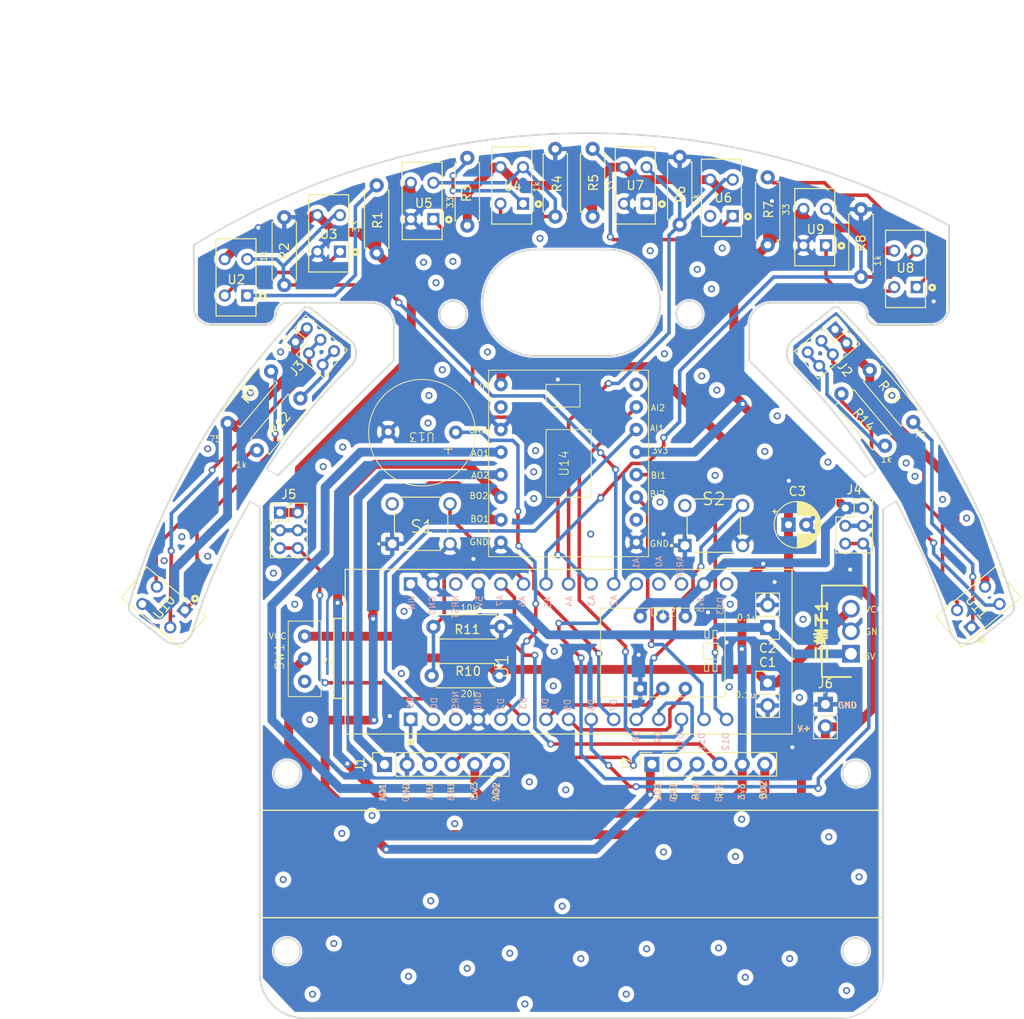
<source format=kicad_pcb>
(kicad_pcb (version 20221018) (generator pcbnew)
  (layers (0 "F.Cu" signal) (1 "In1.Cu" signal) (2 "In2.Cu" signal) (31 "B.Cu" signal) (34 "B.Paste" user) (35 "F.Paste" user) (36 "B.SilkS" user "B.Silkscreen") (37 "F.SilkS" user "F.Silkscreen") (38 "B.Mask" user) (39 "F.Mask" user) (44 "Edge.Cuts" user))
  (net 0 "")
  (net 6 "+3.3V")
  (net 7 "Net-(R1-Pad2)")
  (net 8 "LLS")
  (net 9 "GND")
  (net 10 "Net-(R3-Pad2)")
  (net 11 "FLS")
  (net 12 "Net-(R5-Pad2)")
  (net 13 "FRS")
  (net 14 "Net-(R7-Pad2)")
  (net 15 "RRS")
  (net 16 "Net-(U2-Pad4)")
  (net 17 "Net-(U4-Pad4)")
  (net 18 "Net-(U6-Pad4)")
  (net 19 "Net-(U8-Pad4)")
  (net 20 "VCC")
  (net 21 "BSEN")
  (net 22 "Net-(J3-Pin_1)")
  (net 23 "Net-(R9-Pad2)")
  (net 24 "Net-(R12-Pad1)")
  (net 25 "Net-(J3-Pin_5)")
  (net 26 "Net-(J2-Pin_1)")
  (net 27 "Net-(R13-Pad2)")
  (net 28 "Net-(R14-Pad1)")
  (net 29 "Net-(J2-Pin_5)")
  (net 30 "Net-(J3-Pin_3)")
  (net 31 "Net-(J2-Pin_3)")
  (net 32 "MLS")
  (net 33 "MRS")
  (net 34 "+5V")
  (net 35 "SCL")
  (net 36 "SDA")
  (net 37 "VDD")
  (net 41 "Net-(U1A-PF0)")
  (net 43 "Net-(U1A-PF1)")
  (net 44 "Net-(U13-IN)")
  (net 48 "BIN2")
  (net 49 "BIN1")
  (net 50 "AIN1")
  (net 51 "AIN2")
  (net 52 "Net-(J1-Pin_6)")
  (net 53 "Net-(J1-Pin_1)")
  (net 54 "Net-(J7-Pin_6)")
  (net 55 "Net-(J7-Pin_1)")
  (net 56 "RHallA")
  (net 57 "RHallB")
  (net 58 "LHallB")
  (net 59 "LHallA")
  (footprint "Resistor_THT:R_Axial_DIN0207_L6.3mm_D2.5mm_P7.62mm_Horizontal" (layer "F.Cu") (at 122.4175 60.1625 90)
    (fp_text reference "R3")
    (fp_text value "33 1%")
  )
  (footprint "LTH-1550-01:PHOTOINTERRUPTER_LTH-1550-01" (layer "F.Cu") (at 161.5175 60.3425 180)
    (fp_text reference "U9")
    (fp_text value "LTH-1550-01")
  )
  (footprint "Connector_PinHeader_2.54mm:PinHeader_1x02_P2.54mm_Vertical" (layer "F.Cu") (at 156.2175 105.4175 180)
    (fp_text reference "C2")
    (fp_text value "0.1u")
  )
  (footprint "Resistor_THT:R_Axial_DIN0207_L6.3mm_D2.5mm_P7.62mm_Horizontal" (layer "F.Cu") (at 101.8175 66.8525 90)
    (fp_text reference "R2")
    (fp_text value "1k")
  )
  (footprint "Resistor_THT:R_Axial_DIN0207_L6.3mm_D2.5mm_P7.62mm_Horizontal" (layer "F.Cu") (at 156.2175 62.3525 90)
    (fp_text reference "R7")
    (fp_text value "33 1%")
  )
  (footprint "NUCLEO-F303K8:MODULE_NUCLEO-F303K8" (layer "F.Cu") (at 133.8175 108.1425 90)
    (fp_text reference "U1")
    (fp_text value "NUCLEO-F303K8")
  )
  (footprint "Connector_PinSocket_2.54mm:PinSocket_1x06_P2.54mm_Vertical" (layer "F.Cu") (at 113.0975 120.8425 90)
    (fp_text reference "J1")
    (fp_text value "L")
  )
  (footprint "myFOOT:drv8833" (layer "F.Cu") (at 133.8175 86.9425 90)
    (fp_text reference "U14")
    (fp_text value "~")
  )
  (footprint "Resistor_THT:R_Axial_DIN0207_L6.3mm_D2.5mm_P7.62mm_Horizontal" (layer "F.Cu") (at 126.0275 110.8425 180)
    (fp_text reference "R10")
    (fp_text value "20k")
  )
  (footprint "Connector_PinHeader_2.00mm:PinHeader_2x03_P2.00mm_Vertical" (layer "F.Cu") (at 163.797802 71.852881 -50)
    (fp_text reference "J2")
    (fp_text value "Conn_02x03_Counter_Clockwise")
  )
  (footprint "myFOOT:SW_TL1105AF160Q" (layer "F.Cu") (at 150.153 93.9425)
    (fp_text reference "S2")
    (fp_text value "TL1105AF160Q")
  )
  (footprint "Resistor_THT:R_Axial_DIN0207_L6.3mm_D2.5mm_P7.62mm_Horizontal" (layer "F.Cu") (at 136.5175 59.1525 90)
    (fp_text reference "R5")
    (fp_text value "33 1%")
  )
  (footprint "Resistor_THT:R_Axial_DIN0207_L6.3mm_D2.5mm_P7.62mm_Horizontal" (layer "F.Cu") (at 132.3175 59.1525 90)
    (fp_text reference "R4")
    (fp_text value "1k")
  )
  (footprint "myFOOT:BMX055" (layer "F.Cu") (at 144.4175 108.2425)
    (fp_text reference "U12")
    (fp_text value "~")
  )
  (footprint "Connector_PinHeader_2.00mm:PinHeader_2x03_P2.00mm_Vertical" (layer "F.Cu") (at 164.9565 91.9705)
    (fp_text reference "J4")
    (fp_text value "Conn_02x03_Counter_Clockwise")
  )
  (footprint "Resistor_THT:R_Axial_DIN0207_L6.3mm_D2.5mm_P7.62mm_Horizontal" (layer "F.Cu") (at 164.52348 79.113871 -50)
    (fp_text reference "R14")
    (fp_text value "1k")
  )
  (footprint "Connector_PinHeader_2.00mm:PinHeader_2x03_P2.00mm_Vertical" (layer "F.Cu") (at 101.3295 92.4785)
    (fp_text reference "J5")
    (fp_text value "Conn_02x03_Counter_Clockwise")
  )
  (footprint "Connector_PinSocket_2.54mm:PinSocket_1x06_P2.54mm_Vertical" (layer "F.Cu") (at 143.1925 120.8175 90)
    (fp_text reference "J7")
    (fp_text value "R")
  )
  (footprint "Connector_PinHeader_2.00mm:PinHeader_2x03_P2.00mm_Vertical" (layer "F.Cu") (at 103.075624 73.257969 50)
    (fp_text reference "J3")
    (fp_text value "Conn_02x03_Counter_Clockwise")
  )
  (footprint "Connector_PinHeader_2.54mm:PinHeader_1x02_P2.54mm_Vertical" (layer "F.Cu") (at 156.2175 111.6675)
    (fp_text reference "C1")
    (fp_text value "0.1u")
  )
  (footprint "LTH-1550-01:PHOTOINTERRUPTER_LTH-1550-01" (layer "F.Cu") (at 179.9265 103.1145 130)
    (fp_text reference "U11")
    (fp_text value "LTH-1550-01")
  )
  (footprint "LTH-1550-01:PHOTOINTERRUPTER_LTH-1550-01" (layer "F.Cu") (at 171.734291 65.0425 180)
    (fp_text reference "U8")
    (fp_text value "LTH-1550-01")
  )
  (footprint "myFOOT:SS-12D00G3" (layer "F.Cu") (at 104.1175 108.9425 90)
    (fp_text reference "SW1")
    (fp_text value "SW_SPDT")
  )
  (footprint "Resistor_THT:R_Axial_DIN0207_L6.3mm_D2.5mm_P7.62mm_Horizontal" (layer "F.Cu") (at 146.3175 60.0525 90)
    (fp_text reference "R6")
    (fp_text value "1k")
  )
  (footprint "Capacitor_THT:CP_Radial_D5.0mm_P2.00mm" (layer "F.Cu") (at 158.562388 93.8425)
    (fp_text reference "C3")
    (fp_text value "C_Polarized")
  )
  (footprint "Resistor_THT:R_Axial_DIN0207_L6.3mm_D2.5mm_P7.62mm_Horizontal" (layer "F.Cu") (at 98.73748 85.45913 50)
    (fp_text reference "R12")
    (fp_text value "1k")
  )
  (footprint "Resistor_THT:R_Axial_DIN0207_L6.3mm_D2.5mm_P7.62mm_Horizontal" (layer "F.Cu") (at 95.43548 82.41113 50)
    (fp_text reference "R9")
    (fp_text value "75 1%")
  )
  (footprint "LTH-1550-01:PHOTOINTERRUPTER_LTH-1550-01" (layer "F.Cu") (at 127.4175 55.6425 180)
    (fp_text reference "U4")
    (fp_text value "LTH-1550-01")
  )
  (footprint "myFOOT:buzaa" (layer "F.Cu") (at 117.3175 83.4425 180)
    (fp_text reference "U13")
    (fp_text value "~")
  )
  (footprint "Connector_PinHeader_2.54mm:PinHeader_1x02_P2.54mm_Vertical" (layer "F.Cu") (at 162.7175 114.0675)
    (fp_text reference "J6")
    (fp_text value "Conn_01x02_Socket")
  )
  (footprint "LTH-1550-01:PHOTOINTERRUPTER_LTH-1550-01" (layer "F.Cu") (at 88.2325 103.1145 -130)
    (fp_text reference "U10")
    (fp_text value "LTH-1550-01")
  )
  (footprint "LTH-1550-01:PHOTOINTERRUPTER_LTH-1550-01" (layer "F.Cu") (at 117.33071 57.3925 180)
    (fp_text reference "U5")
    (fp_text value "LTH-1550-01")
  )
  (footprint "myFOOT:SW_TL1105AF160Q" (layer "F.Cu") (at 117.2175 93.7425)
    (fp_text reference "S1")
    (fp_text value "TL1105AF160Q")
  )
  (footprint "Resistor_THT:R_Axial_DIN0207_L6.3mm_D2.5mm_P7.62mm_Horizontal" (layer "F.Cu") (at 112.2175 63.2525 90)
    (fp_text reference "R1")
    (fp_text value "33 1%")
  )
  (footprint "Resistor_THT:R_Axial_DIN0207_L6.3mm_D2.5mm_P7.62mm_Horizontal" (layer "F.Cu") (at 166.7175 65.9525 90)
    (fp_text reference "R8")
    (fp_text value "1k")
  )
  (footprint "LTH-1550-01:PHOTOINTERRUPTER_LTH-1550-01" (layer "F.Cu") (at 141.3175 55.6425 180)
    (fp_text reference "U7")
    (fp_text value "LTH-1550-01")
  )
  (footprint "Resistor_THT:R_Axial_DIN0207_L6.3mm_D2.5mm_P7.62mm_Horizontal" (layer "F.Cu") (at 167.69848 76.446871 -50)
    (fp_text reference "R13")
    (fp_text value "75 1%")
  )
  (footprint "LTH-1550-01:PHOTOINTERRUPTER_LTH-1550-01" (layer "F.Cu") (at 96.3875 65.9925 180)
    (fp_text reference "U2")
    (fp_text value "LTH-1550-01")
  )
  (footprint "Resistor_THT:R_Axial_DIN0207_L6.3mm_D2.5mm_P7.62mm_Horizontal" (layer "F.Cu") (at 118.6075 105.3425)
    (fp_text reference "R11")
    (fp_text value "10k")
  )
  (footprint "LTH-1550-01:PHOTOINTERRUPTER_LTH-1550-01" (layer "F.Cu") (at 151.0175 57.0425 180)
    (fp_text reference "U6")
    (fp_text value "LTH-1550-01")
  )
  (footprint "myFOOT:NJM7805FA" (layer "F.Cu") (at 165.5925 108.3825 90)
    (fp_text reference "三端子1")
    (fp_text value "Conn_01x03_Pin" hide)
  )
  (footprint "LTH-1550-01:PHOTOINTERRUPTER_LTH-1550-01" (layer "F.Cu") (at 106.8175 61.0425 180)
    (fp_text reference "U3")
    (fp_text value "LTH-1550-01")
  )
  (gr_line (start 134.2175 125.9925) (end 168.9175 125.9925) (stroke (width 0.15)) (layer "F.SilkS"))
  (gr_line (start 134.2175 138.0925) (end 99.2175 138.0925) (stroke (width 0.15)) (layer "F.SilkS"))
  (gr_line (start 107.4 113.4) (end 108.7 113.4) (stroke (width 0.15)) (layer "F.SilkS"))
  (gr_line (start 108.6 104.4) (end 107.4 104.4) (stroke (width 0.15)) (layer "F.SilkS"))
  (gr_line (start 134.2175 138.0925) (end 169.2 138.0925) (stroke (width 0.15)) (layer "F.SilkS"))
  (gr_line (start 107.4 104.4) (end 107.4 113.4) (stroke (width 0.15)) (layer "F.SilkS"))
  (gr_line (start 134.2175 125.9925) (end 99.2175 125.9925) (stroke (width 0.15)) (layer "F.SilkS"))
  (gr_arc (start 100.88701 70.104284) (mid 100.5209 70.988181) (end 99.63701 71.354284) (stroke (width 0.2)) (layer "Edge.Cuts"))
  (gr_circle (center 120.817566 70.1425) (end 120.817566 71.6425) (stroke (width 0.2)) (fill none) (layer "Edge.Cuts"))
  (gr_arc (start 158.962226 75.970978) (mid 158.364398 74.442854) (end 159.111178 72.981719) (stroke (width 0.2)) (layer "Edge.Cuts"))
  (gr_line (start 99.05 91.85) (end 99.05 144.4) (stroke (width 0.2)) (layer "Edge.Cuts"))
  (gr_line (start 176.638168 69.355171) (end 176.638168 60.161876) (stroke (width 0.2)) (layer "Edge.Cuts"))
  (gr_line (start 164.137039 68.854534) (end 166.137039 68.854284) (stroke (width 0.2)) (layer "Edge.Cuts"))
  (gr_arc (start 93.63701 71.354284) (mid 92.222704 70.768408) (end 91.63701 69.354024) (stroke (width 0.2)) (layer "Edge.Cuts"))
  (gr_arc (start 166.137039 68.854284) (mid 167.021236 69.220546) (end 167.387195 70.104859) (stroke (width 0.2)) (layer "Edge.Cuts"))
  (gr_arc (start 100.88701 70.104284) (mid 101.253133 69.220414) (end 102.13701 68.854284) (stroke (width 0.2)) (layer "Edge.Cuts"))
  (gr_circle (center 102.13801 141.858284) (end 102.13801 143.358284) (stroke (width 0.2)) (fill none) (layer "Edge.Cuts"))
  (gr_arc (start 104.049095 149.399095) (mid 100.514218 147.934892) (end 99.05 144.4) (stroke (width 0.2)) (layer "Edge.Cuts"))
  (gr_arc (start 91.637919 62.356855) (mid 133.841713 49.784028) (end 176.638168 60.161876) (stroke (width 0.2)) (layer "Edge.Cuts"))
  (gr_line (start 163.637101 69.354596) (end 159.111178 72.981719) (stroke (width 0.2)) (layer "Edge.Cuts"))
  (gr_line (start 91.637919 62.356855) (end 91.63701 69.354024) (stroke (width 0.2)) (layer "Edge.Cuts"))
  (gr_circle (center 166.13801 141.858284) (end 166.13801 143.358284) (stroke (width 0.2)) (fill none) (layer "Edge.Cuts"))
  (gr_line (start 84.690204 103.902304) (end 88.353845 106.838385) (stroke (width 0.2)) (layer "Edge.Cuts"))
  (gr_arc (start 158.962225 75.970979) (mid 164.001063 81.59865) (end 168.384251 87.750742) (stroke (width 0.2)) (layer "Edge.Cuts"))
  (gr_arc (start 183.916538 102.834867) (mid 183.913397 103.41941) (end 183.584005 103.902304) (stroke (width 0.2)) (layer "Edge.Cuts"))
  (gr_arc (start 130.13701 74.854284) (mid 124.137006 68.85428) (end 130.13701 62.854284) (stroke (width 0.2)) (layer "Edge.Cuts"))
  (gr_line (start 168.638639 71.356584) (end 174.638639 71.355171) (stroke (width 0.2)) (layer "Edge.Cuts"))
  (gr_line (start 130.13701 74.854284) (end 138.13701 74.854284) (stroke (width 0.2)) (layer "Edge.Cuts"))
  (gr_arc (start 169.2 144.7) (mid 167.823402 148.023402) (end 164.5 149.4) (stroke (width 0.1)) (layer "Edge.Cuts"))
  (gr_line (start 179.920365 106.838385) (end 183.584005 103.902304) (stroke (width 0.2)) (layer "Edge.Cuts"))
  (gr_arc (start 84.690204 103.902304) (mid 84.360849 103.419398) (end 84.357672 102.834867) (stroke (width 0.2)) (layer "Edge.Cuts"))
  (gr_arc (start 168.638639 71.356584) (mid 167.753508 70.990049) (end 167.387195 70.104859) (stroke (width 0.2)) (layer "Edge.Cuts"))
  (gr_line (start 169.2 92.1) (end 170.652147 91.226894) (stroke (width 0.1)) (layer "Edge.Cuts"))
  (gr_arc (start 179.920365 106.838385) (mid 178.062944 107.183512) (end 176.746871 105.828165) (stroke (width 0.2)) (layer "Edge.Cuts"))
  (gr_line (start 99.8 87.6) (end 101.1 88.3) (stroke (width 0.1)) (layer "Edge.Cuts"))
  (gr_line (start 104.049095 149.399095) (end 164.5 149.399095) (stroke (width 0.2)) (layer "Edge.Cuts"))
  (gr_line (start 102.13701 68.854284) (end 104.137171 68.854284) (stroke (width 0.2)) (layer "Edge.Cuts"))
  (gr_line (start 163.637039 68.854596) (end 164.137039 68.854534) (stroke (width 0.1)) (layer "Edge.Cuts"))
  (gr_line (start 138.13701 62.854284) (end 130.13701 62.854284) (stroke (width 0.2)) (layer "Edge.Cuts"))
  (gr_line (start 167.184614 88.468926) (end 168.384251 87.750742) (stroke (width 0.1)) (layer "Edge.Cuts"))
  (gr_arc (start 164.137101 69.354534) (mid 176.065776 84.89013) (end 183.916538 102.834867) (stroke (width 0.2)) (layer "Edge.Cuts"))
  (gr_line (start 114.13751 75.356084) (end 101.1 88.3) (stroke (width 0.2)) (layer "Edge.Cuts"))
  (gr_line (start 104.637108 68.854284) (end 111.637011 68.854284) (stroke (width 0.2)) (layer "Edge.Cuts"))
  (gr_arc (start 84.357672 102.834867) (mid 92.208425 84.890125) (end 104.137108 69.354534) (stroke (width 0.2)) (layer "Edge.Cuts"))
  (gr_arc (start 176.638168 69.355171) (mid 176.052556 70.769225) (end 174.638639 71.355171) (stroke (width 0.2)) (layer "Edge.Cuts"))
  (gr_arc (start 138.13701 62.854284) (mid 144.137006 68.85428) (end 138.13701 74.854284) (stroke (width 0.2)) (layer "Edge.Cuts"))
  (gr_circle (center 102.13801 121.858284) (end 102.13801 123.358284) (stroke (width 0.2)) (fill none) (layer "Edge.Cuts"))
  (gr_line (start 109.163031 72.981719) (end 104.637108 69.354596) (stroke (width 0.2)) (layer "Edge.Cuts"))
  (gr_arc (start 91.527338 105.828165) (mid 94.328068 98.335579) (end 97.989259 91.223715) (stroke (width 0.2)) (layer "Edge.Cuts"))
  (gr_line (start 114.13701 71.353971) (end 114.13751 75.356084) (stroke (width 0.2)) (layer "Edge.Cuts"))
  (gr_circle (center 147.4175 70.1425) (end 147.4175 71.6425) (stroke (width 0.2)) (fill none) (layer "Edge.Cuts"))
  (gr_arc (start 91.527338 105.828165) (mid 90.211244 107.183459) (end 88.353845 106.838385) (stroke (width 0.2)) (layer "Edge.Cuts"))
  (gr_line (start 163.637101 69.354596) (end 164.137101 69.354534) (stroke (width 0.1)) (layer "Edge.Cuts"))
  (gr_arc (start 170.652147 91.226894) (mid 174.125628 98.349663) (end 176.746871 105.828165) (stroke (width 0.2)) (layer "Edge.Cuts"))
  (gr_arc (start 154.14004 71.349711) (mid 154.871775 69.585979) (end 156.636003 68.855471) (stroke (width 0.2)) (layer "Edge.Cuts"))
  (gr_line (start 104.137108 69.354534) (end 104.637108 69.354596) (stroke (width 0.1)) (layer "Edge.Cuts"))
  (gr_circle (center 166.13801 121.858284) (end 166.13801 123.358284) (stroke (width 0.2)) (fill none) (layer "Edge.Cuts"))
  (gr_arc (start 111.637011 68.854284) (mid 113.404666 69.586409) (end 114.13701 71.353971) (stroke (width 0.2)) (layer "Edge.Cuts"))
  (gr_line (start 93.63701 71.354284) (end 99.63701 71.354284) (stroke (width 0.2)) (layer "Edge.Cuts"))
  (gr_line (start 169.2 144.7) (end 169.2 92.1) (stroke (width 0.2)) (layer "Edge.Cuts"))
  (gr_arc (start 99.800001 87.6) (mid 104.230189 81.518646) (end 109.305022 75.963873) (stroke (width 0.2)) (layer "Edge.Cuts"))
  (gr_line (start 104.137171 68.854284) (end 104.637108 68.854284) (stroke (width 0.1)) (layer "Edge.Cuts"))
  (gr_line (start 167.184614 88.468926) (end 154.136774 75.353694) (stroke (width 0.2)) (layer "Edge.Cuts"))
  (gr_arc (start 109.163031 72.981719) (mid 109.909834 74.442853) (end 109.311983 75.970978) (stroke (width 0.2)) (layer "Edge.Cuts"))
  (gr_line (start 97.989259 91.223715) (end 99.05 91.85) (stroke (width 0.1)) (layer "Edge.Cuts"))
  (gr_line (start 156.636003 68.855471) (end 163.637039 68.854596) (stroke (width 0.2)) (layer "Edge.Cuts"))
  (gr_line (start 154.136774 75.353694) (end 154.14004 71.349711) (stroke (width 0.2)) (layer "Edge.Cuts"))
  (gr_text "D3" (at 129.1 113.2 90) (layer "B.SilkS") (effects (font (size 0.7 0.7) (thickness 0.1)) (justify left bottom mirror)))
  (gr_text "D11" (at 149.2 117.2 90) (layer "B.SilkS") (effects (font (size 0.7 0.7) (thickness 0.1)) (justify left bottom mirror)))
  (gr_text "RHB" (at 151.1 122.9 90) (layer "B.SilkS") (effects (font (size 0.7 0.7) (thickness 0.1)) (justify left bottom mirror)))
  (gr_text "BO1\n" (at 144.3 122.9 90) (layer "B.SilkS") (effects (font (size 0.7 0.7) (thickness 0.1)) (justify left bottom mirror)))
  (gr_text "RHA\n" (at 148.7 122.9 90) (layer "B.SilkS") (effects (font (size 0.7 0.7) (thickness 0.1)) (justify left bottom mirror)))
  (gr_text "A6" (at 129 101.8 90) (layer "B.SilkS") (effects (font (size 0.7 0.7) (thickness 0.1)) (justify left bottom mirror)))
  (gr_text "AO1" (at 113.3 123.1 90) (layer "B.SilkS") (effects (font (size 0.7 0.7) (thickness 0.1)) (justify left bottom mirror)))
  (gr_text "LHB" (at 121 122.9 90) (layer "B.SilkS") (effects (font (size 0.7 0.7) (thickness 0.1)) (justify left bottom mirror)))
  (gr_text "D5" (at 134.1 113.4 90) (layer "B.SilkS") (effects (font (size 0.7 0.7) (thickness 0.1)) (justify left bottom mirror)))
  (gr_text "GND" (at 118.9 101.8 90) (layer "B.SilkS") (effects (font (size 0.7 0.7) (thickness 0.1)) (justify left bottom mirror)))
  (gr_text "D8" (at 141.8 116.9 90) (layer "B.SilkS") (effects (font (size 0.7 0.7) (thickness 0.1)) (justify left bottom mirror)))
  (gr_text "VIN" (at 116.6 101.7 90) (layer "B.SilkS") (effects (font (size 0.7 0.7) (thickness 0.1)) (justify left bottom mirror)))
  (gr_text "GND\n" (at 164 113.7 180) (layer "B.SilkS") (effects (font (size 0.7 0.7) (thickness 0.1)) (justify left bottom mirror)))
  (gr_text "D13" (at 151.3 101.9 90) (layer "B.SilkS") (effects (font (size 0.7 0.7) (thickness 0.1)) (justify left bottom mirror)))
  (gr_text "LHA\n" (at 118.6 122.9 90) (layer "B.SilkS") (effects (font (size 0.7 0.7) (thickness 0.1)) (justify left bottom mirror)))
  (gr_text "V+" (at 159.6 116.4 180) (layer "B.SilkS") (effects (font (size 0.7 0.7) (thickness 0.1)) (justify left bottom mirror)))
  (gr_text "GND" (at 124 112.6 90) (layer "B.SilkS") (effects (font (size 0.7 0.7) (thickness 0.1)) (justify left bottom mirror)))
  (gr_text "A2" (at 139.3 101.7 90) (layer "B.SilkS") (effects (font (size 0.7 0.7) (thickness 0.1)) (justify left bottom mirror)))
  (gr_text "3v3" (at 123.6 123 90) (layer "B.SilkS") (effects (font (size 0.7 0.7) (thickness 0.1)) (justify left bottom mirror)))
  (gr_text "GND" (at 115.9 122.9 90) (layer "B.SilkS") (effects (font (size 0.7 0.7) (thickness 0.1)) (justify left bottom mirror)))
  (gr_text "D4" (at 131.6 113.3 90) (layer "B.SilkS") (effects (font (size 0.7 0.7) (thickness 0.1)) (justify left bottom mirror)))
  (gr_text "D0" (at 119.1 113.2 90) (layer "B.SilkS") (effects (font (size 0.7 0.7) (thickness 0.1)) (justify left bottom mirror)))
  (gr_text "AREF" (at 146.8 97.3 90) (layer "B.SilkS") (effects (font (size 0.7 0.7) (thickness 0.1)) (justify left bottom mirror)))
  (gr_text "NRST" (at 121.5 112.5 90) (layer "B.SilkS") (effects (font (size 0.7 0.7) (thickness 0.1)) (justify left bottom mirror)))
  (gr_text "3v3\n" (at 153.7 122.9 90) (layer "B.SilkS") (effects (font (size 0.7 0.7) (thickness 0.1)) (justify left bottom mirror)))
  (gr_text "D1" (at 116.4 113.2 90) (layer "B.SilkS") (effects (font (size 0.7 0.7) (thickness 0.1)) (justify left bottom mirror)))
  (gr_text "D12" (at 151.9 117.2 90) (layer "B.SilkS") (effects (font (size 0.7 0.7) (thickness 0.1)) (justify left bottom mirror)))
  (gr_text "A7" (at 126.5 101.7 90) (layer "B.SilkS") (effects (font (size 0.7 0.7) (thickness 0.1)) (justify left bottom mirror)))
  (gr_text "3v3" (at 149.1 101.8 90) (layer "B.SilkS") (effects (font (size 0.7 0.7) (thickness 0.1)) (justify left bottom mirror)))
  (gr_text "D6" (at 136.8 113.4 90) (layer "B.SilkS") (effects (font (size 0.7 0.7) (thickness 0.1)) (justify left bottom mirror)))
  (gr_text "A3" (at 136.8 101.7 90) (layer "B.SilkS") (effects (font (size 0.7 0.7) (thickness 0.1)) (justify left bottom mirror)))
  (gr_text "A0" (at 144.4 97.3 90) (layer "B.SilkS") (effects (font (size 0.7 0.7) (thickness 0.1)) (justify left bottom mirror)))
  (gr_text "D7" (at 139.3 113.4 90) (layer "B.SilkS") (effects (font (size 0.7 0.7) (thickness 0.1)) (justify left bottom mirror)))
  (gr_text "D2" (at 126.6 113.3 90) (layer "B.SilkS") (effects (font (size 0.7 0.7) (thickness 0.1)) (justify left bottom mirror)))
  (gr_text "NRST" (at 121.5 101.7 90) (layer "B.SilkS") (effects (font (size 0.7 0.7) (thickness 0.1)) (justify left bottom mirror)))
  (gr_text "5V" (at 124.2 101.8 90) (layer "B.SilkS") (effects (font (size 0.7 0.7) (thickness 0.1)) (justify left bottom mirror)))
  (gr_text "A4" (at 134.3 101.8 90) (layer "B.SilkS") (effects (font (size 0.7 0.7) (thickness 0.1)) (justify left bottom mirror)))
  (gr_text "A1" (at 141.8 97.5 90) (layer "B.SilkS") (effects (font (size 0.7 0.7) (thickness 0.1)) (justify left bottom mirror)))
  (gr_text "BO2\n" (at 156.2 122.7 90) (layer "B.SilkS") (effects (font (size 0.7 0.7) (thickness 0.1)) (justify left bottom mirror)))
  (gr_text "A5" (at 131.9 101.9 90) (layer "B.SilkS") (effects (font (size 0.7 0.7) (thickness 0.1)) (justify left bottom mirror)))
  (gr_text "AO2\n" (at 126 123 90) (layer "B.SilkS") (effects (font (size 0.7 0.7) (thickness 0.1)) (justify left bottom mirror)))
  (gr_text "D9" (at 144.3 117 90) (layer "B.SilkS") (effects (font (size 0.7 0.7) (thickness 0.1)) (justify left bottom mirror)))
  (gr_text "GND" (at 146 122.9 90) (layer "B.SilkS") (effects (font (size 0.7 0.7) (thickness 0.1)) (justify left bottom mirror)))
  (gr_text "D10" (at 146.8 117.2 90) (layer "B.SilkS") (effects (font (size 0.7 0.7) (thickness 0.1)) (justify left bottom mirror)))
  (gr_text "BI1\n" (at 143 88.7) (layer "F.SilkS") (effects (font (size 0.7 0.7) (thickness 0.1)) (justify left bottom)))
  (gr_text "V+" (at 159.5 117.2) (layer "F.SilkS") (effects (font (size 0.7 0.7) (thickness 0.1)) (justify left bottom)))
  (gr_text "75" (at 172.6 84.1) (layer "F.SilkS") (effects (font (size 0.7 0.7) (thickness 0.1)) (justify left bottom)))
  (gr_text "0.1u\n" (at 152.7 104.7) (layer "F.SilkS") (effects (font (size 0.7 0.7) (thickness 0.1)) (justify left bottom)))
  (gr_text "AI1\n" (at 142.9 83.4) (layer "F.SilkS") (effects (font (size 0.7 0.7) (thickness 0.1)) (justify left bottom)))
  (gr_text "VCC\n" (at 167.1 103.8) (layer "F.SilkS") (effects (font (size 0.7 0.7) (thickness 0.1)) (justify left bottom)))
  (gr_text "1k" (at 96.3 87.5) (layer "F.SilkS") (effects (font (size 0.7 0.7) (thickness 0.1)) (justify left bottom)))
  (gr_text "33" (at 120.9 58.3 90) (layer "F.SilkS") (effects (font (size 0.7 0.7) (thickness 0.1)) (justify left bottom)))
  (gr_text "RHA" (at 148.5 124.9 90) (layer "F.SilkS") (effects (font (size 0.7 0.7) (thickness 0.1)) (justify left bottom)))
  (gr_text "AO2\n" (at 122.8 88.7) (layer "F.SilkS") (effects (font (size 0.7 0.7) (thickness 0.1)) (justify left bottom)))
  (gr_text "5V" (at 167 109.1) (layer "F.SilkS") (effects (font (size 0.7 0.7) (thickness 0.1)) (justify left bottom)))
  (gr_text "BI2\n" (at 142.9 90.8) (layer "F.SilkS") (effects (font (size 0.7 0.7) (thickness 0.1)) (justify left bottom)))
  (gr_text "3v3\n" (at 143.1 85.9) (layer "F.SilkS") (effects (font (size 0.7 0.7) (thickness 0.1)) (justify left bottom)))
  (gr_text "1k" (at 168.9 86.9) (layer "F.SilkS") (effects (font (size 0.7 0.7) (thickness 0.1)) (justify left bottom)))
  (gr_text "RHB\n\n" (at 152.4 124.8 90) (layer "F.SilkS") (effects (font (size 0.7 0.7) (thickness 0.1)) (justify left bottom)))
  (gr_text "GND" (at 142.9 96.4) (layer "F.SilkS") (effects (font (size 0.7 0.7) (thickness 0.1)) (justify left bottom)))
  (gr_text "1k" (at 130.6 56.5 90) (layer "F.SilkS") (effects (font (size 0.7 0.7) (thickness 0.1)) (justify left bottom)))
  (gr_text "GND" (at 122.5 83.6) (layer "F.SilkS") (effects (font (size 0.7 0.7) (thickness 0.1)) (justify left bottom)))
  (gr_text "BO1\n" (at 122.7 93.6) (layer "F.SilkS") (effects (font (size 0.7 0.7) (thickness 0.1)) (justify left bottom)))
  (gr_text "GND\n" (at 122.6 96.2) (layer "F.SilkS") (effects (font (size 0.7 0.7) (thickness 0.1)) (justify left bottom)))
  (gr_text "0.1u\n" (at 152.5 113.4) (layer "F.SilkS") (effects (font (size 0.7 0.7) (thickness 0.1)) (justify left bottom)))
  (gr_text "1k" (at 148.5 57.9 90) (layer "F.SilkS") (effects (font (size 0.7 0.7) (thickness 0.1)) (justify left bottom)))
  (gr_text "AI2\n" (at 143 81.1) (layer "F.SilkS") (effects (font (size 0.7 0.7) (thickness 0.1)) (justify left bottom)))
  (gr_text "VM" (at 123.4 78.7) (layer "F.SilkS") (effects (font (size 0.7 0.7) (thickness 0.1)) (justify left bottom)))
  (gr_text "1k" (at 99.9 64.3 90) (layer "F.SilkS") (effects (font (size 0.7 0.7) (thickness 0.1)) (justify left bottom)))
  (gr_text "75" (at 93.3 84.6) (layer "F.SilkS") (effects (font (size 0.7 0.7) (thickness 0.1)) (justify left bottom)))
  (gr_text "GND\n" (at 164.1 114.6) (layer "F.SilkS") (effects (font (size 0.7 0.7) (thickness 0.1)) (justify left bottom)))
  (gr_text "33" (at 138.9 56.5 90) (layer "F.SilkS") (effects (font (size 0.7 0.7) (thickness 0.1)) (justify left bottom)))
  (gr_text "V+" (at 106 109.7) (layer "F.SilkS") (effects (font (size 0.7 0.7) (thickness 0.1)) (justify left bottom)))
  (gr_text "GND\n" (at 116 124.8 90) (layer "F.SilkS") (effects (font (size 0.7 0.7) (thickness 0.1)) (justify left bottom)))
  (gr_text "3v3\n" (at 153.7 124.9 90) (layer "F.SilkS") (effects (font (size 0.7 0.7) (thickness 0.1)) (justify left bottom)))
  (gr_text "BO2" (at 122.6 91) (layer "F.SilkS") (effects (font (size 0.7 0.7) (thickness 0.1)) (justify left bottom)))
  (gr_text "33" (at 158.7 59.1 90) (layer "F.SilkS") (effects (font (size 0.7 0.7) (thickness 0.1)) (justify left bottom)))
  (gr_text "GND" (at 167.1 106.3) (layer "F.SilkS") (effects (font (size 0.7 0.7) (thickness 0.1)) (justify left bottom)))
  (gr_text "BO2" (at 156.1 124.8 90) (layer "F.SilkS") (effects (font (size 0.7 0.7) (thickness 0.1)) (justify left bottom)))
  (gr_text "3v3\n" (at 123.6 124.7 90) (layer "F.SilkS") (effects (font (size 0.7 0.7) (thickness 0.1)) (justify left bottom)))
  (gr_text "GND\n" (at 146.1 124.9 90) (layer "F.SilkS") (effects (font (size 0.7 0.7) (thickness 0.1)) (justify left bottom)))
  (gr_text "LHB\n" (at 121 124.7 90) (layer "F.SilkS") (effects (font (size 0.7 0.7) (thickness 0.1)) (justify left bottom)))
  (gr_text "33\n" (at 110.3 61 90) (layer "F.SilkS") (effects (font (size 0.7 0.7) (thickness 0.1)) (justify left bottom)))
  (gr_text "AO1\n" (at 122.8 86.2) (layer "F.SilkS") (effects (font (size 0.7 0.7) (thickness 0.1)) (justify left bottom)))
  (gr_text "BO1" (at 144.2 124.9 90) (layer "F.SilkS") (effects (font (size 0.7 0.7) (thickness 0.1)) (justify left bottom)))
  (gr_text "VCC\n" (at 100 106.8) (layer "F.SilkS") (effects (font (size 0.7 0.7) (thickness 0.1)) (justify left bottom)))
  (gr_text "LHA\n" (at 118.6 124.7 90) (layer "F.SilkS") (effects (font (size 0.7 0.7) (thickness 0.1)) (justify left bottom)))
  (gr_text "10k" (at 121.6 103.6) (layer "F.SilkS") (effects (font (size 0.7 0.7) (thickness 0.1)) (justify left bottom)))
  (gr_text "AO2\n" (at 126.1 124.9 90) (layer "F.SilkS") (effects (font (size 0.7 0.7) (thickness 0.1)) (justify left bottom)))
  (gr_text "1k" (at 169 64.8 90) (layer "F.SilkS") (effects (font (size 0.7 0.7) (thickness 0.1)) (justify left bottom)))
  (gr_text "20k" (at 121.6 113.3) (layer "F.SilkS") (effects (font (size 0.7 0.7) (thickness 0.1)) (justify left bottom)))
  (gr_text "AO1\n" (at 113.3 125 90) (layer "F.SilkS") (effects (font (size 0.7 0.7) (thickness 0.1)) (justify left bottom)))
  (via (at 150.3 88.3) (size 0.8) (drill 0.45) (layers "F.Cu" "B.Cu") (net 0))
  (via (at 119.6 76.4) (size 0.8) (drill 0.45) (layers "F.Cu" "B.Cu") (net 0))
  (via (at 105 146.7) (size 0.8) (drill 0.45) (layers "F.Cu" "B.Cu") (net 0))
  (via (at 107.4 141) (size 0.8) (drill 0.45) (layers "F.Cu" "B.Cu") (net 0))
  (via (at 115.8 144.7) (size 0.8) (drill 0.45) (layers "F.Cu" "B.Cu") (net 0))
  (via (at 150.7 141.5) (size 0.8) (drill 0.45) (layers "F.Cu" "B.Cu") (net 0))
  (via (at 140.3 146.7) (size 0.8) (drill 0.45) (layers "F.Cu" "B.Cu") (net 0))
  (via (at 117.5 64.3) (size 0.8) (drill 0.45) (layers "F.Cu" "B.Cu") (net 0))
  (via (at 158.7 142.7) (size 0.8) (drill 0.45) (layers "F.Cu" "B.Cu") (net 0))
  (via (at 118.1 79.3) (size 0.8) (drill 0.45) (layers "F.Cu" "B.Cu") (net 0))
  (via (at 163.1 129) (size 0.8) (drill 0.45) (layers "F.Cu" "B.Cu") (net 0))
  (via (at 165.1 146.3) (size 0.8) (drill 0.45) (layers "F.Cu" "B.Cu") (net 0))
  (via (at 108.3 128.6) (size 0.8) (drill 0.45) (layers "F.Cu" "B.Cu") (net 0))
  (via (at 155.9 85.6) (size 0.8) (drill 0.45) (layers "F.Cu" "B.Cu") (net 0))
  (via (at 148.3 65.1) (size 0.8) (drill 0.45) (layers "F.Cu" "B.Cu") (net 0))
  (via (at 153.7 144.8) (size 0.8) (drill 0.45) (layers "F.Cu" "B.Cu") (net 0))
  (via (at 100.6 99.3) (size 0.8) (drill 0.45) (layers "F.Cu" "B.Cu") (net 0))
  (via (at 101.7 133.8) (size 0.8) (drill 0.45) (layers "F.Cu" "B.Cu") (net 0))
  (via (at 136.3 94.9) (size 0.8) (drill 0.45) (layers "F.Cu" "B.Cu") (net 0))
  (via (at 104.7 115.8) (size 0.8) (drill 0.45) (layers "F.Cu" "B.Cu") (net 0))
  (via (at 142.6 141.6) (size 0.8) (drill 0.45) (layers "F.Cu" "B.Cu") (net 0))
  (via (at 111.7 126.6) (size 0.8) (drill 0.45) (layers "F.Cu" "B.Cu") (net 0))
  (via (at 132.1 112) (size 0.8) (drill 0.45) (layers "F.Cu" "B.Cu") (net 0))
  (via (at 108.4 85.1) (size 0.8) (drill 0.45) (layers "F.Cu" "B.Cu") (net 0))
  (via (at 172.8 88.4) (size 0.8) (drill 0.45) (layers "F.Cu" "B.Cu") (net 0))
  (via (at 148.8 77.1) (size 0.8) (drill 0.45) (layers "F.Cu" "B.Cu") (net 0))
  (via (at 166.5 133.5) (size 0.8) (drill 0.45) (layers "F.Cu" "B.Cu") (net 0))
  (via (at 106.2 87.3) (size 0.8) (drill 0.45) (layers "F.Cu" "B.Cu") (net 0))
  (via (at 122.4 143.8) (size 0.8) (drill 0.45) (layers "F.Cu" "B.Cu") (net 0))
  (via (at 88.3 97.9) (size 0.8) (drill 0.45) (layers "F.Cu" "B.Cu") (net 0))
  (via (at 144.6 74.6) (size 0.8) (drill 0.45) (layers "F.Cu" "B.Cu") (net 0))
  (via (at 132.2 108.1) (size 0.8) (drill 0.45) (layers "F.Cu" "B.Cu") (net 0))
  (via (at 101.4 74.4) (size 0.8) (drill 0.45) (layers "F.Cu" "B.Cu") (net 0))
  (via (at 149.9 67.3) (size 0.8) (drill 0.45) (layers "F.Cu" "B.Cu") (net 0))
  (via (at 178.6 93.1) (size 0.8) (drill 0.45) (layers "F.Cu" "B.Cu") (net 0))
  (via (at 151.1 62.7) (size 0.8) (drill 0.45) (layers "F.Cu" "B.Cu") (net 0))
  (via (at 135.2 142.7) (size 0.8) (drill 0.45) (layers "F.Cu" "B.Cu") (net 0))
  (via (at 171.8 86.9) (size 0.8) (drill 0.45) (layers "F.Cu" "B.Cu") (net 0))
  (via (at 144.5 130.7) (size 0.8) (drill 0.45) (layers "F.Cu" "B.Cu") (net 0))
  (via (at 129.9 87.9) (size 0.8) (drill 0.45) (layers "F.Cu" "B.Cu") (net 0))
  (via (at 150.5 78.7) (size 0.8) (drill 0.45) (layers "F.Cu" "B.Cu") (net 0))
  (via (at 133.5 123.7) (size 0.8) (drill 0.45) (layers "F.Cu" "B.Cu") (net 0))
  (via (at 128.9 147.8) (size 0.8) (drill 0.45) (layers "F.Cu" "B.Cu") (net 0))
  (via (at 144.1 91.3) (size 0.8) (drill 0.45) (layers "F.Cu" "B.Cu") (net 0))
  (via (at 152.6 131.2) (size 0.8) (drill 0.45) (layers "F.Cu" "B.Cu") (net 0))
  (via (at 160.2 104.5) (size 0.8) (drill 0.45) (layers "F.Cu" "B.Cu") (net 0))
  (via (at 120.8 64.2) (size 0.8) (drill 0.45) (layers "F.Cu" "B.Cu") (net 0))
  (via (at 163 86.8) (size 0.8) (drill 0.45) (layers "F.Cu" "B.Cu") (net 0))
  (via (at 121 127.5) (size 0.8) (drill 0.45) (layers "F.Cu" "B.Cu") (net 0))
  (via (at 170.2 79.3) (size 0.8) (drill 0.45) (layers "F.Cu" "B.Cu") (net 0))
  (via (at 151.9 112.1) (size 0.8) (drill 0.45) (layers "F.Cu" "B.Cu") (net 0))
  (via (at 93.2 97.4) (size 0.8) (drill 0.45) (layers "F.Cu" "B.Cu") (net 0))
  (via (at 133.1 136.8) (size 0.8) (drill 0.45) (layers "F.Cu" "B.Cu") (net 0))
  (via (at 153.3 127) (size 0.8) (drill 0.45) (layers "F.Cu" "B.Cu") (net 0))
  (via (at 130.1 85.5) (size 0.8) (drill 0.45) (layers "F.Cu" "B.Cu") (net 0))
  (via (at 118.3 136.2) (size 0.8) (drill 0.45) (layers "F.Cu" "B.Cu") (net 0))
  (via (at 115.3 103.6) (size 0.8) (drill 0.45) (layers "F.Cu" "B.Cu") (net 0))
  (via (at 129.9 90.9) (size 0.8) (drill 0.45) (layers "F.Cu" "B.Cu") (net 0))
  (via (at 159.8 113.3) (size 0.8) (drill 0.45) (layers "F.Cu" "B.Cu") (net 0))
  (via (at 130.6 61.6) (size 0.8) (drill 0.45) (layers "F.Cu" "B.Cu") (net 0))
  (via (at 118 82.4) (size 0.8) (drill 0.45) (layers "F.Cu" "B.Cu") (net 0))
  (via (at 118.9 66.6) (size 0.8) (drill 0.45) (layers "F.Cu" "B.Cu") (net 0))
  (via (at 93.2 85.3) (size 0.8) (drill 0.45) (layers "F.Cu" "B.Cu") (net 0))
  (via (at 127.2 142.1) (size 0.8) (drill 0.45) (layers "F.Cu" "B.Cu") (net 0))
  (via (at 90.3 95.2) (size 0.8) (drill 0.45) (layers "F.Cu" "B.Cu") (net 0))
  (via (at 152 102.8) (size 0.8) (drill 0.45) (layers "F.Cu" "B.Cu") (net 0))
  (via (at 115 110.6) (size 0.8) (drill 0.45) (layers "F.Cu" "B.Cu") (net 0))
  (via (at 103 102.8) (size 0.8) (drill 0.45) (layers "F.Cu" "B.Cu") (net 0))
  (via (at 129.4 122.8) (size 0.8) (drill 0.45) (layers "F.Cu" "B.Cu") (net 0))
  (via (at 175.9 91) (size 0.8) (drill 0.45) (layers "F.Cu" "B.Cu") (net 0))
  (via (at 98 79) (size 0.8) (drill 0.45) (layers "F.Cu" "B.Cu") (net 0))
  (via (at 157.3 81.6) (size 0.8) (drill 0.45) (layers "F.Cu" "B.Cu") (net 0))
  (via (at 124.7 74.4) (size 0.8) (drill 0.45) (layers "F.Cu" "B.Cu") (net 0))
  (via (at 143 63) (size 0.8) (drill 0.45) (layers "F.Cu" "B.Cu") (net 0))
  (segment (start 116.1175 67.1525) (end 116.1175 74.9425) (width 1) (layer "F.Cu") (net 6))
  (segment (start 136.5175 55.6425) (end 136.5175 59.1525) (width 1) (layer "F.Cu") (net 6))
  (segment (start 164.9565 91.9705) (end 153.4175 80.4315) (width 1) (layer "F.Cu") (net 6))
  (segment (start 153.4175 80.4315) (end 153.4175 80.2425) (width 1) (layer "F.Cu") (net 6))
  (segment (start 156.2175 62.3525) (end 156.2175 59.2425) (width 1) (layer "F.Cu") (net 6))
  (segment (start 156.2175 62.3225) (end 160.2475 58.2925) (width 1) (layer "F.Cu") (net 6))
  (segment (start 152.4 79.225) (end 152.4 66.17) (width 1) (layer "F.Cu") (net 6))
  (segment (start 125.8175 126.3425) (end 150.7175 126.3425) (width 1) (layer "F.Cu") (net 6))
  (segment (start 112.2175 59.4425) (end 112.2175 63.2525) (width 1) (layer "F.Cu") (net 6))
  (segment (start 128.1975 55.6425) (end 126.1475 53.5925) (width 1) (layer "F.Cu") (net 6))
  (segment (start 96.8175 62.2425) (end 95.1175 63.9425) (width 1) (layer "F.Cu") (net 6))
  (segment (start 133.9175 55.6425) (end 128.1975 55.6425) (width 1) (layer "F.Cu") (net 6))
  (segment (start 136.5175 58.2425) (end 133.9175 55.6425) (width 1) (layer "F.Cu") (net 6))
  (segment (start 152.4 66.17) (end 156.2175 62.3525) (width 1) (layer "F.Cu") (net 6))
  (segment (start 161.6175 60.4425) (end 165.6175 60.4425) (width 1) (layer "F.Cu") (net 6))
  (segment (start 160.2475 58.2925) (end 160.2475 59.0725) (width 1) (layer "F.Cu") (net 6))
  (segment (start 122.3175 57.4425) (end 122.4175 57.3425) (width 1) (layer "F.Cu") (net 6))
  (segment (start 136.5175 59.1525) (end 136.5175 58.2425) (width 1) (layer "F.Cu") (net 6))
  (segment (start 112.2175 63.2525) (end 112.2175 62.9425) (width 1) (layer "F.Cu") (net 6))
  (segment (start 110.2175 60.9425) (end 107.4975 60.9425) (width 1) (layer "F.Cu") (net 6))
  (segment (start 122.3175 56.6425) (end 122.4175 56.7425) (width 1) (layer "F.Cu") (net 6))
  (segment (start 103.5175 87.5425) (end 103.5175 92.2905) (width 1) (layer "F.Cu") (net 6))
  (segment (start 101.8175 62.2425) (end 96.8175 62.2425) (width 1) (layer "F.Cu") (net 6))
  (segment (start 101.3295 92.4785) (end 103.3295 92.4785) (width 1) (layer "F.Cu") (net 6))
  (segment (start 122.4175 56.7425) (end 122.4175 57.3425) (width 1) (layer "F.Cu") (net 6))
  (segment (start 153.3525 123.7075) (end 153.3525 120.8175) (width 1) (layer "F.Cu") (net 6))
  (segment (start 116.1175 74.9425) (end 103.5175 87.5425) (width 1) (layer "F.Cu") (net 6))
  (segment (start 126.1475 53.5925) (end 125.3675 53.5925) (width 1) (layer "F.Cu") (net 6))
  (segment (start 153.3175 100.6425) (end 155.7175 98.2425) (width 1) (layer "F.Cu") (net 6))
  (segment (start 116.06071 55.3425) (end 116.06071 56.48571) (width 1) (layer "F.Cu") (net 6))
  (segment (start 105.0675 58.9925) (end 101.8175 62.2425) (width 1) (layer "F.Cu") (net 6))
  (segment (start 112.2175 63.2525) (end 116.1175 67.1525) (width 1) (layer "F.Cu") (net 6))
  (segment (start 141.4475 54.9925) (end 140.0475 53.5925) (width 1) (layer "F.Cu") (net 6))
  (segment (start 153.8175 56.8425) (end 151.5975 56.8425) (width 1) (layer "F.Cu") (net 6))
  (segment (start 153.4175 80.2425) (end 152.4 79.225) (width 1) (layer "F.Cu") (net 6))
  (segment (start 122.4175 57.3425) (end 122.4175 60.1625) (width 1) (layer "F.Cu") (net 6))
  (segment (start 123.2575 123.7825) (end 125.8175 126.3425) (width 1) (layer "F.Cu") (net 6))
  (segment (start 123.2575 120.8425) (end 123.2575 123.7825) (width 1) (layer "F.Cu") (net 6))
  (segment (start 138.5675 53.5925) (end 136.5175 55.6425) (width 1) (layer "F.Cu") (net 6))
  (segment (start 140.0475 53.5925) (end 138.5675 53.5925) (width 1) (layer "F.Cu") (net 6))
  (segment (start 116.06071 55.59929) (end 112.2175 59.4425) (width 1) (layer "F.Cu") (net 6))
  (segment (start 168.1675 62.9925) (end 170.464291 62.9925) (width 1) (layer "F.Cu") (net 6))
  (segment (start 151.5975 56.8425) (end 149.7475 54.9925) (width 1) (layer "F.Cu") (net 6))
  (segment (start 150.7175 126.3425) (end 153.3525 123.7075) (width 1) (layer "F.Cu") (net 6))
  (segment (start 117.0175 57.4425) (end 122.3175 57.4425) (width 1) (layer "F.Cu") (net 6))
  (segment (start 116.06071 56.48571) (end 117.0175 57.4425) (width 1) (layer "F.Cu") (net 6))
  (segment (start 156.2175 59.2425) (end 153.8175 56.8425) (width 1) (layer "F.Cu") (net 6))
  (segment (start 125.3675 53.5925) (end 122.3175 56.6425) (width 1) (layer "F.Cu") (net 6))
  (segment (start 103.5175 92.2905) (end 103.3295 92.4785) (width 1) (layer "F.Cu") (net 6))
  (segment (start 112.2175 62.9425) (end 110.2175 60.9425) (width 1) (layer "F.Cu") (net 6))
  (segment (start 105.5475 58.9925) (end 105.0675 58.9925) (width 1) (layer "F.Cu") (net 6))
  (segment (start 156.2175 62.3525) (end 156.2175 62.3225) (width 1) (layer "F.Cu") (net 6))
  (segment (start 107.4975 60.9425) (end 105.5475 58.9925) (width 1) (layer "F.Cu") (net 6))
  (segment (start 116.06071 55.3425) (end 116.06071 55.59929) (width 1) (layer "F.Cu") (net 6))
  (segment (start 153.3175 107.8425) (end 153.3175 100.6425) (width 1) (layer "F.Cu") (net 6))
  (segment (start 165.6175 60.4425) (end 168.1675 62.9925) (width 1) (layer "F.Cu") (net 6))
  (segment (start 149.7475 54.9925) (end 141.4475 54.9925) (width 1) (layer "F.Cu") (net 6))
  (segment (start 160.2475 59.0725) (end 161.6175 60.4425) (width 1) (layer "F.Cu") (net 6))
  (via (at 153.3175 107.8425) (size 0.8) (drill 0.45) (layers "F.Cu" "B.Cu") (net 6))
  (via (at 155.7175 98.2425) (size 0.8) (drill 0.45) (layers "F.Cu" "B.Cu") (net 6))
  (via (at 153.4175 80.2425) (size 0.8) (drill 0.45) (layers "F.Cu" "B.Cu") (net 6))
  (segment (start 147.9875 85.6725) (end 153.4175 80.2425) (width 1) (layer "B.Cu") (net 6))
  (segment (start 146.9575 104.1925) (end 146.9575 102.6225) (width 1) (layer "B.Cu") (net 6))
  (segment (start 164.9565 91.9705) (end 166.9565 91.9705) (width 1) (layer "B.Cu") (net 6))
  (segment (start 151.4375 98.1425) (end 162.7175 98.1425) (width 1) (layer "B.Cu") (net 6))
  (segment (start 153.3525 107.8775) (end 153.3175 107.8425) (width 1) (layer "B.Cu") (net 6))
  (segment (start 142.9175 102.5425) (end 142.9975 102.6225) (width 1) (layer "B.Cu") (net 6))
  (segment (start 162.7175 98.1425) (end 162.7175 94.2095) (width 1) (layer "B.Cu") (net 6))
  (segment (start 142.9975 102.6225) (end 146.9575 102.6225) (width 1) (layer "B.Cu") (net 6))
  (segment (start 162.7175 94.2095) (end 164.9565 91.9705) (width 1) (layer "B.Cu") (net 6))
  (segment (start 149.0575 100.5225) (end 151.4375 98.1425) (width 1) (layer "B.Cu") (net 6))
  (segment (start 141.4375 85.6725) (end 147.9875 85.6725) (width 1) (layer "B.Cu") (net 6))
  (segment (start 141.8775 103.5825) (end 142.9175 102.5425) (width 1) (layer "B.Cu") (net 6))
  (segment (start 141.8775 104.1925) (end 141.8775 103.5825) (width 1) (layer "B.Cu") (net 6))
  (segment (start 146.9575 102.6225) (end 149.0575 100.5225) (width 1) (layer "B.Cu") (net 6))
  (segment (start 153.3525 120.8175) (end 153.3525 107.8775) (width 1) (layer "B.Cu") (net 6))
  (segment (start 109.8175 58.0325) (end 112.2175 55.6325) (width 0.4) (layer "B.Cu") (net 7))
  (segment (start 97.6575 68.0425) (end 107.5175 68.0425) (width 0.4) (layer "B.Cu") (net 7))
  (segment (start 109.8175 65.7425) (end 109.8175 58.0325) (width 0.4) (layer "B.Cu") (net 7))
  (segment (start 107.5175 68.0425) (end 109.8175 65.7425) (width 0.4) (layer "B.Cu") (net 7))
  (segment (start 139.1175 87.6425) (end 139.0175 87.3425) (width 0.4) (layer "F.Cu") (net 8))
  (segment (start 101.8175 66.8525) (end 112.9275 66.8525) (width 0.4) (layer "F.Cu") (net 8))
  (segment (start 112.9275 66.8525) (end 114.7175 68.8425) (width 0.4) (layer "F.Cu") (net 8))
  (segment (start 137.4175 85.7425) (end 139.1175 87.6425) (width 0.4) (layer "F.Cu") (net 8))
  (segment (start 114.7175 68.8425) (end 114.5175 68.4425) (width 0.4) (layer "F.Cu") (net 8))
  (via (at 137.4175 85.7425) (size 0.8) (drill 0.45) (layers "F.Cu" "B.Cu") (net 8))
  (via (at 139.1175 87.6425) (size 0.8) (drill 0.45) (layers "F.Cu" "B.Cu") (net 8))
  (via (at 114.7175 68.8425) (size 0.8) (drill 0.45) (layers "F.Cu" "B.Cu") (net 8))
  (segment (start 100.9175 63.9425) (end 101.7175 64.7425) (width 0.4) (layer "B.Cu") (net 8))
  (segment (start 97.6575 63.9425) (end 100.9175 63.9425) (width 0.4) (layer "B.Cu") (net 8))
  (segment (start 139.1175 87.6425) (end 139.1175 100.3025) (width 0.4) (layer "B.Cu") (net 8))
  (segment (start 139.1175 100.3025) (end 138.8975 100.5225) (width 0.4) (layer "B.Cu") (net 8))
  (segment (start 107.4675 58.9925) (end 101.7175 64.7425) (width 0.4) (layer "B.Cu") (net 8))
  (segment (start 114.7175 68.8425) (end 125.2175 79.3425) (width 0.4) (layer "B.Cu") (net 8))
  (segment (start 128.2175 79.3425) (end 131.0175 79.3425) (width 0.4) (layer "B.Cu") (net 8))
  (segment (start 125.2175 79.3425) (end 128.2175 79.3425) (width 0.4) (layer "B.Cu") (net 8))
  (segment (start 101.7175 66.7525) (end 101.8175 66.8525) (width 0.4) (layer "B.Cu") (net 8))
  (segment (start 101.7175 64.7425) (end 101.7175 66.7525) (width 0.4) (layer "B.Cu") (net 8))
  (segment (start 131.0175 79.3425) (end 137.4175 85.7425) (width 0.4) (layer "B.Cu") (net 8))
  (segment (start 108.0875 58.9925) (end 107.4675 58.9925) (width 0.4) (layer "B.Cu") (net 8))
  (via (at 123.1 97.7) (size 0.8) (drill 0.45) (layers "F.Cu" "B.Cu") (net 9))
  (via (at 159 118.9) (size 0.8) (drill 0.45) (layers "F.Cu" "B.Cu") (net 9))
  (via (at 110.9 120.9) (size 0.8) (drill 0.45) (layers "F.Cu" "B.Cu") (net 9))
  (via (at 141.7 108.5) (size 0.8) (drill 0.45) (layers "F.Cu" "B.Cu") (net 9))
  (via (at 157 100.3) (size 0.8) (drill 0.45) (layers "F.Cu" "B.Cu") (net 9))
  (via (at 144.5 94.9) (size 0.8) (drill 0.45) (layers "F.Cu" "B.Cu") (net 9))
  (via (at 132.6 77.5) (size 0.8) (drill 0.45) (layers "F.Cu" "B.Cu") (net 9))
  (via (at 149.5 103.7) (size 0.8) (drill 0.45) (layers "F.Cu" "B.Cu") (net 9))
  (via (at 151.6 107.1) (size 0.8) (drill 0.45) (layers "F.Cu" "B.Cu") (net 9))
  (via (at 98.9 60.4) (size 0.8) (drill 0.45) (layers "F.Cu" "B.Cu") (net 9))
  (via (at 113.7 115.4) (size 0.8) (drill 0.45) (layers "F.Cu" "B.Cu") (net 9))
  (via (at 174.9 68.7) (size 0.8) (drill 0.45) (layers "F.Cu" "B.Cu") (net 9))
  (via (at 158.6 88.9) (size 0.8) (drill 0.45) (layers "F.Cu" "B.Cu") (net 9))
  (via (at 156.7 57.4) (size 0.8) (drill 0.45) (layers "F.Cu" "B.Cu") (net 9))
  (via (at 165.5 98.9) (size 0.8) (drill 0.45) (layers "F.Cu" "B.Cu") (net 9))
  (segment (start 120.8175 54.5425) (end 120.8175 56.2425) (width 0.4) (layer "F.Cu") (net 10))
  (segment (start 120.8175 56.2425) (end 120.8175 56.1425) (width 0.4) (layer "F.Cu") (net 10))
  (via (at 120.8175 56.2425) (size 0.8) (drill 0.45) (layers "F.Cu" "B.Cu") (net 10))
  (via (at 120.8175 54.5425) (size 0.8) (drill 0.45) (layers "F.Cu" "B.Cu") (net 10))
  (segment (start 122.4175 52.9425) (end 120.8175 54.5425) (width 0.4) (layer "B.Cu") (net 10))
  (segment (start 120.8175 56.2425) (end 127.2375 56.2425) (width 0.4) (layer "B.Cu") (net 10))
  (segment (start 127.2375 56.2425) (end 128.6875 57.6925) (width 0.4) (layer "B.Cu") (net 10))
  (segment (start 122.4175 52.5425) (end 122.4175 52.9425) (width 0.4) (layer "B.Cu") (net 10))
  (segment (start 124.5175 81.7425) (end 129.6175 81.7425) (width 0.4) (layer "F.Cu") (net 11))
  (segment (start 129.8075 59.1525) (end 123.0175 65.9425) (width 0.4) (layer "F.Cu") (net 11))
  (segment (start 123.0175 80.2425) (end 124.5175 81.7425) (width 0.4) (layer "F.Cu") (net 11))
  (segment (start 129.6175 81.7425) (end 132.6175 84.7425) (width 0.4) (layer "F.Cu") (net 11))
  (segment (start 123.0175 65.9425) (end 123.0175 80.2425) (width 0.4) (layer "F.Cu") (net 11))
  (segment (start 132.6175 84.7425) (end 132.6175 97.2425) (width 0.4) (layer "F.Cu") (net 11))
  (segment (start 132.3175 59.1525) (end 129.8075 59.1525) (width 0.4) (layer "F.Cu") (net 11))
  (via (at 132.6175 97.2425) (size 0.8) (drill 0.45) (layers "F.Cu" "B.Cu") (net 11))
  (segment (start 126.9375 55.3425) (end 118.60071 55.3425) (width 0.4) (layer "B.Cu") (net 11))
  (segment (start 132.6175 97.2425) (end 133.0775 97.2425) (width 0.4) (layer "B.Cu") (net 11))
  (segment (start 132.3175 59.1525) (end 132.3175 57.2225) (width 0.4) (layer "B.Cu") (net 11))
  (segment (start 132.3175 57.2225) (end 128.6875 53.5925) (width 0.4) (layer "B.Cu") (net 11))
  (segment (start 128.6875 53.5925) (end 126.9375 55.3425) (width 0.4) (layer "B.Cu") (net 11))
  (segment (start 133.0775 97.2425) (end 136.3575 100.5225) (width 0.4) (layer "B.Cu") (net 11))
  (segment (start 138.8175 61.7425) (end 138.5175 61.4425) (width 0.4) (layer "F.Cu") (net 12))
  (segment (start 138.5175 61.4425) (end 138.5175 61.6425) (width 0.4) (layer "F.Cu") (net 12))
  (segment (start 149.6375 61.7425) (end 138.8175 61.7425) (width 0.4) (layer "F.Cu") (net 12))
  (segment (start 152.2875 59.0925) (end 149.6375 61.7425) (width 0.4) (layer "F.Cu") (net 12))
  (via (at 138.5175 61.4425) (size 0.8) (drill 0.45) (layers "F.Cu" "B.Cu") (net 12))
  (segment (start 138.5175 53.5325) (end 138.5175 61.4425) (width 0.4) (layer "B.Cu") (net 12))
  (segment (start 136.5175 51.5325) (end 138.5175 53.5325) (width 0.4) (layer "B.Cu") (net 12))
  (segment (start 133.8175 100.5225) (end 133.8175 82.1425) (width 0.4) (layer "F.Cu") (net 13))
  (segment (start 138.3175 77.9425) (end 138.0175 77.9425) (width 0.4) (layer "F.Cu") (net 13))
  (segment (start 133.8175 82.1425) (end 138.3175 77.9425) (width 0.4) (layer "F.Cu") (net 13))
  (via (at 138.3175 77.9425) (size 0.8) (drill 0.45) (layers "F.Cu" "B.Cu") (net 13))
  (segment (start 145.1175 72.2425) (end 145.1175 61.2525) (width 0.4) (layer "B.Cu") (net 13))
  (segment (start 146.3175 57.3225) (end 142.5875 53.5925) (width 0.4) (layer "B.Cu") (net 13))
  (segment (start 146.3175 60.0525) (end 146.3175 57.3225) (width 0.4) (layer "B.Cu") (net 13))
  (segment (start 145.1175 61.2525) (end 146.3175 60.0525) (width 0.4) (layer "B.Cu") (net 13))
  (segment (start 138.3175 77.9425) (end 139.4175 77.9425) (width 0.4) (layer "B.Cu") (net 13))
  (segment (start 146.3175 60.0525) (end 151.3775 54.9925) (width 0.4) (layer "B.Cu") (net 13))
  (segment (start 139.4175 77.9425) (end 145.1175 72.2425) (width 0.4) (layer "B.Cu") (net 13))
  (segment (start 151.3775 54.9925) (end 152.2875 54.9925) (width 0.4) (layer "B.Cu") (net 13))
  (segment (start 174.5175 62.2425) (end 173.5175 61.2425) (width 0.4) (layer "F.Cu") (net 14))
  (segment (start 156.8275 55.3425) (end 162.6175 55.3425) (width 0.4) (layer "F.Cu") (net 14))
  (segment (start 167.4175 56.7425) (end 171.9175 61.2425) (width 0.4) (layer "F.Cu") (net 14))
  (segment (start 156.2175 54.7325) (end 156.8275 55.3425) (width 0.4) (layer "F.Cu") (net 14))
  (segment (start 164.0175 56.7425) (end 167.4175 56.7425) (width 0.4) (layer "F.Cu") (net 14))
  (segment (start 162.6175 55.3425) (end 164.0175 56.7425) (width 0.4) (layer "F.Cu") (net 14))
  (segment (start 174.5175 65.579291) (end 174.5175 62.2425) (width 0.4) (layer "F.Cu") (net 14))
  (segment (start 174.5175 65.579291) (end 173.004291 67.0925) (width 0.4) (layer "F.Cu") (net 14))
  (segment (start 173.5175 61.2425) (end 171.9175 61.2425) (width 0.4) (layer "F.Cu") (net 14))
  (segment (start 144.5175 85.0425) (end 142.6175 86.9425) (width 0.4) (layer "F.Cu") (net 15))
  (segment (start 144.5175 84.0425) (end 144.5175 85.0425) (width 0.4) (layer "F.Cu") (net 15))
  (segment (start 142.6175 86.9425) (end 140.9175 86.9425) (width 0.4) (layer "F.Cu") (net 15))
  (segment (start 140.9175 86.9425) (end 137.4175 90.8425) (width 0.4) (layer "F.Cu") (net 15))
  (segment (start 170.044291 65.9525) (end 166.7175 65.9525) (width 0.4) (layer "F.Cu") (net 15))
  (segment (start 173.004291 62.9925) (end 170.044291 65.9525) (width 0.4) (layer "F.Cu") (net 15))
  (segment (start 137.4175 90.8425) (end 137.3175 90.5425) (width 0.4) (layer "F.Cu") (net 15))
  (via (at 144.5175 84.0425) (size 0.8) (drill 0.45) (layers "F.Cu" "B.Cu") (net 15))
  (via (at 144.5175 84.0425) (size 0.8) (drill 0.45) (layers "F.Cu" "B.Cu") (net 15))
  (via (at 137.4175 90.8425) (size 0.8) (drill 0.45) (layers "F.Cu" "B.Cu") (net 15))
  (segment (start 166.7175 62.2225) (end 166.7175 65.9525) (width 0.4) (layer "B.Cu") (net 15))
  (segment (start 156.9075 65.9525) (end 146.3175 76.5425) (width 0.4) (layer "B.Cu") (net 15))
  (segment (start 131.2775 96.9825) (end 131.2775 100.5225) (width 0.4) (layer "B.Cu") (net 15))
  (segment (start 166.7175 65.9525) (end 156.9075 65.9525) (width 0.4) (layer "B.Cu") (net 15))
  (segment (start 146.3175 76.5425) (end 146.3175 82.2425) (width 0.4) (layer "B.Cu") (net 15))
  (segment (start 146.3175 82.2425) (end 144.5175 84.0425) (width 0.4) (layer "B.Cu") (net 15))
  (segment (start 162.7875 58.2925) (end 166.7175 62.2225) (width 0.4) (layer "B.Cu") (net 15))
  (segment (start 137.4175 90.8425) (end 131.2775 96.9825) (width 0.4) (layer "B.Cu") (net 15))
  (segment (start 105.7375 65.4425) (end 97.7175 65.4425) (width 0.4) (layer "F.Cu") (net 16))
  (segment (start 97.7175 65.4425) (end 95.1175 68.0425) (width 0.4) (layer "F.Cu") (net 16))
  (segment (start 108.0875 63.0925) (end 105.7375 65.4425) (width 0.4) (layer "F.Cu") (net 16))
  (segment (start 123.6175 62.0425) (end 126.1475 59.5125) (width 0.4) (layer "F.Cu") (net 17))
  (segment (start 118.60071 59.4425) (end 118.60071 59.52571) (width 0.4) (layer "F.Cu") (net 17))
  (segment (start 126.1475 59.5125) (end 126.1475 57.6925) (width 0.4) (layer "F.Cu") (net 17))
  (segment (start 121.1175 62.0425) (end 123.6175 62.0425) (width 0.4) (layer "F.Cu") (net 17))
  (segment (start 118.60071 59.52571) (end 121.1175 62.0425) (width 0.4) (layer "F.Cu") (net 17))
  (segment (start 162.7875 62.3925) (end 162.7875 66.1125) (width 0.4) (layer "F.Cu") (net 19))
  (segment (start 162.7875 66.1125) (end 164.2175 67.5425) (width 0.4) (layer "F.Cu") (net 19))
  (segment (start 164.2175 67.5425) (end 170.014291 67.5425) (width 0.4) (layer "F.Cu") (net 19))
  (segment (start 170.014291 67.5425) (end 170.464291 67.0925) (width 0.4) (layer "F.Cu") (net 19))
  (segment (start 126.7275 110.1425) (end 126.0275 110.8425) (width 1) (layer "F.Cu") (net 20))
  (segment (start 157.2275 111.6675) (end 165.5925 103.3025) (width 1) (layer "F.Cu") (net 20))
  (segment (start 156.2175 111.6675) (end 157.2275 111.6675) (width 1) (layer "F.Cu") (net 20))
  (segment (start 124.0275 108.8425) (end 126.0275 110.8425) (width 1) (layer "F.Cu") (net 20))
  (segment (start 114.2775 106.4025) (end 116.7175 108.8425) (width 1) (layer "F.Cu") (net 20))
  (segment (start 104.1175 106.4025) (end 114.2775 106.4025) (width 1) (layer "F.Cu") (net 20))
  (segment (start 154.6925 110.1425) (end 126.7275 110.1425) (width 1) (layer "F.Cu") (net 20))
  (segment (start 156.2175 111.6675) (end 154.6925 110.1425) (width 1) (layer "F.Cu") (net 20))
  (segment (start 116.7175 108.8425) (end 124.0275 108.8425) (width 1) (layer "F.Cu") (net 20))
  (segment (start 128.7375 100.5225) (end 128.7375 100.0625) (width 0.4) (layer "F.Cu") (net 21))
  (segment (start 118.6075 105.3425) (end 119.8175 104.1325) (width 0.4) (layer "F.Cu") (net 21))
  (segment (start 120.3175 99.1425) (end 119.8175 99.6425) (width 0.4) (layer "F.Cu") (net 21))
  (segment (start 127.8175 99.1425) (end 120.3175 99.1425) (width 0.4) (layer "F.Cu") (net 21))
  (segment (start 119.8175 104.1325) (end 119.8175 99.6425) (width 0.4) (layer "F.Cu") (net 21))
  (segment (start 128.7375 100.0625) (end 127.8175 99.1425) (width 0.4) (layer "F.Cu") (net 21))
  (segment (start 118.6075 105.3425) (end 118.6075 110.6425) (width 0.4) (layer "B.Cu") (net 21))
  (segment (start 118.6075 110.6425) (end 118.4075 110.8425) (width 0.4) (layer "B.Cu") (net 21))
  (segment (start 104.361199 71.72588) (end 104.361199 71.972394) (width 1) (layer "F.Cu") (net 22))
  (segment (start 104.361199 71.972394) (end 103.075624 73.257969) (width 1) (layer "F.Cu") (net 22))
  (segment (start 103.075624 73.257969) (end 103.075624 76.224376) (width 1) (layer "F.Cu") (net 22))
  (segment (start 85.845769 102.769662) (end 85.783803 102.707696) (width 1) (layer "F.Cu") (net 22))
  (segment (start 96.3875 82.9125) (end 95.88613 82.41113) (width 1) (layer "F.Cu") (net 22))
  (segment (start 95.88613 82.41113) (end 95.43548 82.41113) (width 1) (layer "F.Cu") (net 22))
  (segment (start 103.075624 76.224376) (end 96.3875 82.9125) (width 1) (layer "F.Cu") (net 22))
  (segment (start 95.43548 82.41113) (end 95.43548 92.86452) (width 1) (layer "B.Cu") (net 22))
  (segment (start 86.269662 102.769662) (end 85.845769 102.769662) (width 1) (layer "B.Cu") (net 22))
  (segment (start 89.5 98.8) (end 89.5 102.3) (width 1) (layer "B.Cu") (net 22))
  (segment (start 95.43548 92.86452) (end 89.5 98.8) (width 1) (layer "B.Cu") (net 22))
  (segment (start 87.5 104) (end 86.269662 102.769662) (width 1) (layer "B.Cu") (net 22))
  (segment (start 89.5 102.3) (end 87.8 104) (width 1) (layer "B.Cu") (net 22))
  (segment (start 87.8 104) (end 87.5 104) (width 1) (layer "B.Cu") (net 22))
  (segment (start 100.8 83.6) (end 100.8 85.2) (width 0.4) (layer "F.Cu") (net 23))
  (segment (start 100.8 85.2) (end 92 94) (width 0.4) (layer "F.Cu") (net 23))
  (segment (start 92 102.078569) (end 90.619231 103.459338) (width 0.4) (layer "F.Cu") (net 23))
  (segment (start 92 94) (end 92 102.078569) (width 0.4) (layer "F.Cu") (net 23))
  (via (at 100.8 83.6) (size 0.8) (drill 0.45) (layers "F.Cu" "B.Cu") (net 23))
  (segment (start 100.8 83.6) (end 100.8 83.4) (width 0.4) (layer "B.Cu") (net 23))
  (segment (start 100.8 77.040349) (end 100.8 83.6) (width 0.4) (layer "B.Cu") (net 23))
  (segment (start 100.333522 76.573871) (end 100.8 77.040349) (width 0.4) (layer "B.Cu") (net 23))
  (segment (start 98.24087 85.45913) (end 87.4 96.3) (width 0.4) (layer "F.Cu") (net 24))
  (segment (start 98.73748 85.45913) (end 98.24087 85.45913) (width 0.4) (layer "F.Cu") (net 24))
  (segment (start 87.4 100.74546) (end 87.478449 100.823909) (width 0.4) (layer "F.Cu") (net 24))
  (segment (start 87.4 96.3) (end 87.4 100.74546) (width 0.4) (layer "F.Cu") (net 24))
  (segment (start 103.635522 79.621871) (end 106.139802 77.117591) (width 0.4) (layer "B.Cu") (net 25))
  (segment (start 106.139802 75.829119) (end 106.139802 75.582606) (width 0.4) (layer "B.Cu") (net 25))
  (segment (start 106.139802 75.582606) (end 107.425377 74.297031) (width 0.4) (layer "B.Cu") (net 25))
  (segment (start 106.139802 77.117591) (end 106.139802 75.829119) (width 0.4) (layer "B.Cu") (net 25))
  (segment (start 177.3 89.3) (end 177.3 93.7) (width 1) (layer "F.Cu") (net 26))
  (segment (start 167.69848 79.69848) (end 177.3 89.3) (width 1) (layer "F.Cu") (net 26))
  (segment (start 163.797802 72.099395) (end 165.083377 73.38497) (width 1) (layer "F.Cu") (net 26))
  (segment (start 163.797802 71.852881) (end 163.797802 72.099395) (width 1) (layer "F.Cu") (net 26))
  (segment (start 167.69848 76.446871) (end 167.69848 79.69848) (width 1) (layer "F.Cu") (net 26))
  (segment (start 165.083377 73.831768) (end 167.69848 76.446871) (width 1) (layer "F.Cu") (net 26))
  (segment (start 180.680551 97.080551) (end 180.680551 100.823909) (width 1) (layer "F.Cu") (net 26))
  (segment (start 177.3 93.7) (end 180.680551 97.080551) (width 1) (layer "F.Cu") (net 26))
  (segment (start 165.083377 73.38497) (end 165.083377 73.831768) (width 1) (layer "F.Cu") (net 26))
  (segment (start 179.3 99.7) (end 179.3 105.27754) (width 0.4) (layer "F.Cu") (net 27))
  (segment (start 179.3 105.27754) (end 179.172449 105.405091) (width 0.4) (layer "F.Cu") (net 27))
  (via (at 179.3 99.7) (size 0.8) (drill 0.45) (layers "F.Cu" "B.Cu") (net 27))
  (segment (start 179.3 98.3) (end 179.3 99.7) (width 0.4) (layer "B.Cu") (net 27))
  (segment (start 172.596522 82.28413) (end 174.7 84.387608) (width 0.4) (layer "B.Cu") (net 27))
  (segment (start 174.7 93.7) (end 179.3 98.3) (width 0.4) (layer "B.Cu") (net 27))
  (segment (start 174.7 84.387608) (end 174.7 93.7) (width 0.4) (layer "B.Cu") (net 27))
  (segment (start 172.4 91.2) (end 172.4 93.4) (width 0.4) (layer "F.Cu") (net 28))
  (segment (start 167.9 83.3) (end 167.9 85.4) (width 0.4) (layer "F.Cu") (net 28))
  (segment (start 167.9 85.4) (end 169.7 87.2) (width 0.4) (layer "F.Cu") (net 28))
  (segment (start 169.7 87.2) (end 172.4 89.9) (width 0.4) (layer "F.Cu") (net 28))
  (segment (start 172.4 89.9) (end 172.4 91.2) (width 0.4) (layer "F.Cu") (net 28))
  (segment (start 172.4 93.4) (end 174.9 95.9) (width 0.4) (layer "F.Cu") (net 28))
  (segment (start 164.52348 79.113871) (end 164.52348 79.92348) (width 0.4) (layer "F.Cu") (net 28))
  (segment (start 164.52348 79.92348) (end 167.9 83.3) (width 0.4) (layer "F.Cu") (net 28))
  (via (at 174.9 95.9) (size 0.8) (drill 0.45) (layers "F.Cu" "B.Cu") (net 28))
  (segment (start 174.9 95.9) (end 174.9 97.1) (width 0.4) (layer "B.Cu") (net 28))
  (segment (start 174.9 97.1) (end 180.7 102.9) (width 0.4) (layer "B.Cu") (net 28))
  (segment (start 182.313231 102.769662) (end 182.182893 102.9) (width 0.4) (layer "B.Cu") (net 28))
  (segment (start 182.182893 102.9) (end 180.7 102.9) (width 0.4) (layer "B.Cu") (net 28))
  (segment (start 160.733624 74.424031) (end 160.733624 74.670545) (width 0.4) (layer "B.Cu") (net 29))
  (segment (start 162.9 79.2) (end 168.65113 84.95113) (width 0.4) (layer "B.Cu") (net 29))
  (segment (start 160.733624 74.670545) (end 162.019199 75.95612) (width 0.4) (layer "B.Cu") (net 29))
  (segment (start 162.019199 75.95612) (end 162.9 76.836921) (width 0.4) (layer "B.Cu") (net 29))
  (segment (start 168.65113 84.95113) (end 169.421522 84.95113) (width 0.4) (layer "B.Cu") (net 29))
  (segment (start 162.9 76.836921) (end 162.9 79.2) (width 0.4) (layer "B.Cu") (net 29))
  (segment (start 89.1 96.8) (end 88.986551 96.686551) (width 0.4) (layer "F.Cu") (net 30))
  (segment (start 88.986551 96.686551) (end 88.9 96.6) (width 0.4) (layer "F.Cu") (net 30))
  (segment (start 104.607713 76.692287) (end 93.7 87.6) (width 0.4) (layer "F.Cu") (net 30))
  (segment (start 88.986551 105.405091) (end 89.1 96.8) (width 0.4) (layer "F.Cu") (net 30))
  (segment (start 93.7 87.6) (end 93.7 87.7) (width 0.4) (layer "F.Cu") (net 30))
  (segment (start 104.607713 74.543544) (end 104.607713 76.692287) (width 0.4) (layer "F.Cu") (net 30))
  (via (at 89.1 96.8) (size 0.8) (drill 0.45) (layers "F.Cu" "B.Cu") (net 30))
  (via (at 93.7 87.7) (size 0.8) (drill 0.45) (layers "F.Cu" "B.Cu") (net 30))
  (segment (start 93.7 87.7) (end 93.7 88) (width 0.4) (layer "B.Cu") (net 30))
  (segment (start 104.607713 74.543544) (end 104.607713 74.29703) (width 0.4) (layer "B.Cu") (net 30))
  (segment (start 104.607713 74.29703) (end 105.893288 73.011455) (width 0.4) (layer "B.Cu") (net 30))
  (segment (start 89.1 92.6) (end 89.1 96.8) (width 0.4) (layer "B.Cu") (net 30))
  (segment (start 93.7 88) (end 89.1 92.6) (width 0.4) (layer "B.Cu") (net 30))
  (segment (start 177.539769 102.539769) (end 177.539769 103.459338) (width 0.4) (layer "F.Cu") (net 31))
  (segment (start 175.9 100.9) (end 177.539769 102.539769) (width 0.4) (layer "F.Cu") (net 31))
  (segment (start 163.551288 75.551288) (end 166.2 78.2) (width 0.4) (layer "F.Cu") (net 31))
  (segment (start 173.8 87.4) (end 173.8 91.4) (width 0.4) (layer "F.Cu") (net 31))
  (segment (start 175.9 93.5) (end 175.9 100.9) (width 0.4) (layer "F.Cu") (net 31))
  (segment (start 166.2 79.8) (end 173.8 87.4) (width 0.4) (layer "F.Cu") (net 31))
  (segment (start 173.8 91.4) (end 175.9 93.5) (width 0.4) (layer "F.Cu") (net 31))
  (segment (start 163.551288 74.670545) (end 163.551288 75.551288) (width 0.4) (layer "F.Cu") (net 31))
  (segment (start 166.2 78.2) (end 166.2 79.8) (width 0.4) (layer "F.Cu") (net 31))
  (segment (start 162.265713 73.38497) (end 163.551288 74.670545) (width 0.4) (layer "B.Cu") (net 31))
  (segment (start 162.265713 73.138456) (end 162.265713 73.38497) (width 0.4) (layer "B.Cu") (net 31))
  (segment (start 166.9565 95.9705) (end 164.9565 95.9705) (width 0.4) (layer "F.Cu") (net 32))
  (segment (start 166.9565 95.9705) (end 167.3175 96.3315) (width 0.4) (layer "F.Cu") (net 32))
  (segment (start 138.3175 120.9425) (end 140.7175 123.3425) (width 0.4) (layer "F.Cu") (net 32))
  (segment (start 140.7175 123.3425) (end 141.4175 123.3425) (width 0.4) (layer "F.Cu") (net 32))
  (via (at 161.9175 123.5425) (size 0.8) (drill 0.45) (layers "F.Cu" "B.Cu") (net 32))
  (via (at 138.3175 120.9425) (size 0.8) (drill 0.45) (layers "F.Cu" "B.Cu") (net 32))
  (via (at 141.4175 123.3425) (size 0.8) (drill 0.45) (layers "F.Cu" "B.Cu") (net 32))
  (segment (start 141.4175 123.3425) (end 161.7175 123.3425) (width 0.4) (layer "B.Cu") (net 32))
  (segment (start 138.1175 120.8425) (end 138.3175 120.9425) (width 0.4) (layer "B.Cu") (net 32))
  (segment (start 161.9175 122.3825) (end 161.9175 123.5425) (width 0.4) (layer "B.Cu") (net 32))
  (segment (start 161.7175 123.3425) (end 161.9175 123.5425) (width 0.4) (layer "B.Cu") (net 32))
  (segment (start 138.3175 120.9425) (end 138.2175 120.8425) (width 0.4) (layer "B.Cu") (net 32))
  (segment (start 167.6 96.614) (end 167.6 116.7) (width 0.4) (layer "B.Cu") (net 32))
  (segment (start 167.6 116.7) (end 161.9175 122.3825) (width 0.4) (layer "B.Cu") (net 32))
  (segment (start 136.3575 115.7625) (end 136.3575 119.0825) (width 0.4) (layer "B.Cu") (net 32))
  (segment (start 136.3575 119.0825) (end 138.1175 120.8425) (width 0.4) (layer "B.Cu") (net 32))
  (segment (start 166.9565 95.9705) (end 167.6 96.614) (width 0.4) (layer "B.Cu") (net 32))
  (segment (start 105.8175 101.8) (end 105.8175 98.9665) (width 0.4) (layer "F.Cu") (net 33))
  (segment (start 126.4175 113.4425) (end 128.7375 115.7625) (width 0.4) (layer "F.Cu") (net 33))
  (segment (start 106.4175 111.6425) (end 112.8175 111.6425) (width 0.4) (layer "F.Cu") (net 33))
  (segment (start 112.8175 111.6425) (end 114.6175 113.4425) (width 0.4) (layer "F.Cu") (net 33))
  (segment (start 101.3295 96.4785) (end 103.3295 96.4785) (width 0.4) (layer "F.Cu") (net 33))
  (segment (start 105.8175 98.9665) (end 103.3295 96.4785) (width 0.4) (layer "F.Cu") (net 33))
  (segment (start 114.6175 113.4425) (end 126.4175 113.4425) (width 0.4) (layer "F.Cu") (net 33))
  (via (at 106.4175 111.6425) (size 0.8) (drill 0.45) (layers "F.Cu" "B.Cu") (net 33))
  (via (at 105.8175 101.8) (size 0.8) (drill 0.45) (layers "F.Cu" "B.Cu") (net 33))
  (segment (start 106.4175 111.6425) (end 106.1175 111.5425) (width 0.4) (layer "B.Cu") (net 33))
  (segment (start 105.8175 111.2425) (end 106.4175 111.6425) (width 0.4) (layer "B.Cu") (net 33))
  (segment (start 105.8175 101.8) (end 105.8175 111.2425) (width 0.4) (layer "B.Cu") (net 33))
  (segment (start 159.1825 108.3825) (end 156.2175 105.4175) (width 1) (layer "B.Cu") (net 34))
  (segment (start 165.5925 108.3825) (end 159.1825 108.3825) (width 1) (layer "B.Cu") (net 34))
  (segment (start 118.4575 102.9425) (end 116.0375 100.5225) (width 1) (layer "B.Cu") (net 34))
  (segment (start 131.5175 106.2425) (end 128.1175 102.8425) (width 1) (layer "B.Cu") (net 34))
  (segment (start 123.2175 102.9425) (end 118.4575 102.9425) (width 1) (layer "B.Cu") (net 34))
  (segment (start 123.8175 100.6825) (end 123.6575 100.5225) (width 1) (layer "B.Cu") (net 34))
  (segment (start 156.2175 105.4175) (end 150.5425 105.4175) (width 1) (layer "B.Cu") (net 34))
  (segment (start 123.8175 102.3425) (end 123.8175 100.6825) (width 1) (layer "B.Cu") (net 34))
  (segment (start 150.5425 105.4175) (end 149.7175 106.2425) (width 1) (layer "B.Cu") (net 34))
  (segment (start 124.3175 102.8425) (end 123.8175 102.3425) (width 1) (layer "B.Cu") (net 34))
  (segment (start 123.8175 102.3425) (end 123.2175 102.9425) (width 1) (layer "B.Cu") (net 34))
  (segment (start 149.7175 106.2425) (end 131.5175 106.2425) (width 1) (layer "B.Cu") (net 34))
  (segment (start 128.1175 102.8425) (end 124.3175 102.8425) (width 1) (layer "B.Cu") (net 34))
  (segment (start 146.9575 112.2925) (end 146.9575 112.9025) (width 0.4) (layer "F.Cu") (net 35))
  (segment (start 133.8375 115.7625) (end 133.8175 115.7625) (width 0.4) (layer "F.Cu") (net 35))
  (segment (start 145.2175 114.6425) (end 145.2175 116.5425) (width 0.4) (layer "F.Cu") (net 35))
  (segment (start 146.9575 112.9025) (end 145.2175 114.6425) (width 0.4) (layer "F.Cu") (net 35))
  (segment (start 145.2175 116.5425) (end 144.8175 116.9425) (width 0.4) (layer "F.Cu") (net 35))
  (segment (start 144.8175 116.9425) (end 135.0175 116.9425) (width 0.4) (layer "F.Cu") (net 35))
  (segment (start 135.0175 116.9425) (end 133.8375 115.7625) (width 0.4) (layer "F.Cu") (net 35))
  (segment (start 142.5675 114.1425) (end 132.8975 114.1425) (width 0.4) (layer "F.Cu") (net 36))
  (segment (start 132.8975 114.1425) (end 131.2775 115.7625) (width 0.4) (layer "F.Cu") (net 36))
  (segment (start 144.4175 112.2925) (end 142.5675 114.1425) (width 0.4) (layer "F.Cu") (net 36))
  (segment (start 160.0175 120.6425) (end 160.0175 127.5825) (width 1) (layer "F.Cu") (net 37))
  (segment (start 126.1975 78.0525) (end 126.1975 77.0625) (width 1) (layer "F.Cu") (net 37))
  (segment (start 143.0425 76.0425) (end 158.562388 91.562388) (width 1) (layer "F.Cu") (net 37))
  (segment (start 126.1975 77.0625) (end 127.2175 76.0425) (width 1) (layer "F.Cu") (net 37))
  (segment (start 165.9925 116.6075) (end 162.7175 116.6075) (width 1) (layer "F.Cu") (net 37))
  (segment (start 102.3175 110.7425) (end 104.1175 108.9425) (width 1) (layer "F.Cu") (net 37))
  (segment (start 104.4175 127.06) (end 109.9 132.5425) (width 1) (layer "F.Cu") (net 37))
  (segment (start 167.9 102.2) (end 167.9 114.7) (width 1) (layer "F.Cu") (net 37))
  (segment (start 155.0575 132.5425) (end 109.9 132.5425) (width 1) (layer "F.Cu") (net 37))
  (segment (start 104.4175 120.6425) (end 102.3175 118.5425) (width 1) (layer "F.Cu") (net 37))
  (segment (start 160.0175 127.5825) (end 155.0575 132.5425) (width 1) (layer "F.Cu") (net 37))
  (segment (start 162.7175 116.6075) (end 162.7175 117.9425) (width 1) (layer "F.Cu") (net 37))
  (segment (start 158.562388 91.562388) (end 158.562388 93.8425) (width 1) (layer "F.Cu") (net 37))
  (segment (start 166.1425 100.4425) (end 167.9 102.2) (width 1) (layer "F.Cu") (net 37))
  (segment (start 158.562388 99.087388) (end 159.9175 100.4425) (width 1) (layer "F.Cu") (net 37))
  (segment (start 102.3175 118.5425) (end 102.3175 110.7425) (width 1) (layer "F.Cu") (net 37))
  (segment (start 162.7175 117.9425) (end 160.0175 120.6425) (width 1) (layer "F.Cu") (net 37))
  (segment (start 167.9 114.7) (end 165.9925 116.6075) (width 1) (layer "F.Cu") (net 37))
  (segment (start 104.4175 120.6425) (end 104.4175 127.06) (width 1) (layer "F.Cu") (net 37))
  (segment (start 158.562388 93.8425) (end 158.562388 99.087388) (width 1) (layer "F.Cu") (net 37))
  (segment (start 127.2175 76.0425) (end 143.0425 76.0425) (width 1) (layer "F.Cu") (net 37))
  (segment (start 159.9175 100.4425) (end 166.1425 100.4425) (width 1) (layer "F.Cu") (net 37))
  (segment (start 120.4675 92.9925) (end 125.3175 97.8425) (width 0.4) (layer "F.Cu") (net 41))
  (segment (start 129.9175 101.0425) (end 137.2175 108.3425) (width 0.4) (layer "F.Cu") (net 41))
  (segment (start 128.6175 97.8425) (end 129.9175 99.1425) (width 0.4) (layer "F.Cu") (net 41))
  (segment (start 125.3175 97.8425) (end 128.6175 97.8425) (width 0.4) (layer "F.Cu") (net 41))
  (segment (start 129.9175 99.1425) (end 129.9175 101.0425) (width 0.4) (layer "F.Cu") (net 41))
  (segment (start 120.4675 91.4925) (end 120.4675 92.9925) (width 0.4) (layer "F.Cu") (net 41))
  (via (at 137.2175 108.3425) (size 0.8) (drill 0.45) (layers "F.Cu" "B.Cu") (net 41))
  (segment (start 137.2175 108.3425) (end 137.2175 114.0825) (width 0.4) (layer "B.Cu") (net 41))
  (segment (start 137.2175 114.0825) (end 138.8975 115.7625) (width 0.4) (layer "B.Cu") (net 41))
  (segment (start 147.8175 101.0425) (end 145.7175 103.1425) (width 0.4) (layer "F.Cu") (net 43))
  (segment (start 147.8175 99.7425) (end 147.8175 101.0425) (width 0.4) (layer "F.Cu") (net 43))
  (segment (start 148.7175 98.5425) (end 147.8175 99.4425) (width 0.4) (layer "F.Cu") (net 43))
  (segment (start 145.7175 103.1425) (end 145.7175 106.5425) (width 0.4) (layer "F.Cu") (net 43))
  (segment (start 145.7175 106.5425) (end 143.4175 108.8425) (width 0.4) (layer "F.Cu") (net 43))
  (segment (start 147.8175 99.4425) (end 147.8175 99.7425) (width 0.4) (layer "F.Cu") (net 43))
  (via (at 148.7175 98.5425) (size 0.8) (drill 0.45) (layers "F.Cu" "B.Cu") (net 43))
  (via (at 143.4175 108.8425) (size 0.8) (drill 0.45) (layers "F.Cu" "B.Cu") (net 43))
  (segment (start 143.1175 109.1425) (end 143.1175 114.0825) (width 0.4) (layer "B.Cu") (net 43))
  (segment (start 148.7175 96.378) (end 148.7175 98.5425) (width 0.4) (layer "B.Cu") (net 43))
  (segment (start 148.7175 98.5425) (end 148.7175 98.4425) (width 0.4) (layer "B.Cu") (net 43))
  (segment (start 143.1175 114.0825) (end 141.4375 115.7625) (width 0.4) (layer "B.Cu") (net 43))
  (segment (start 143.1175 109.1425) (end 143.4175 108.8425) (width 0.4) (layer "B.Cu") (net 43))
  (segment (start 153.403 91.6925) (end 148.7175 96.378) (width 0.4) (layer "B.Cu") (net 43))
  (segment (start 130.1175 105.9425) (end 129.1175 106.9425) (width 0.4) (layer "F.Cu") (net 44))
  (segment (start 128.1175 96.1425) (end 128.2175 96.2425) (width 0.4) (layer "F.Cu") (net 44))
  (segment (start 130.1175 102.7425) (end 130.1175 105.9425) (width 0.4) (layer "F.Cu") (net 44))
  (segment (start 128.1175 92.3425) (end 128.1175 96.1425) (width 0.4) (layer "F.Cu") (net 44))
  (via (at 129.1175 106.9425) (size 0.8) (drill 0.45) (layers "F.Cu" "B.Cu") (net 44))
  (via (at 128.2175 96.2425) (size 0.8) (drill 0.45) (layers "F.Cu" "B.Cu") (net 44))
  (via (at 130.1175 102.7425) (size 0.8) (drill 0.45) (layers "F.Cu" "B.Cu") (net 44))
  (via (at 128.1175 92.3425) (size 0.8) (drill 0.45) (layers "F.Cu" "B.Cu") (net 44))
  (segment (start 128.1175 84.9425) (end 128.1175 92.3425) (width 0.4) (layer "B.Cu") (net 44))
  (segment (start 130.0175 98.0425) (end 130.1175 102.7425) (width 0.4) (layer "B.Cu") (net 44))
  (segment (start 121.1175 83.4425) (end 124.0175 83.4425) (width 0.4) (layer "B.Cu") (net 44))
  (segment (start 124.8675 84.2925) (end 124.9175 84.3425) (width 0.4) (layer "B.Cu") (net 44))
  (segment (start 124.0175 83.4425) (end 124.8675 84.2925) (width 0.4) (layer "B.Cu") (net 44))
  (segment (start 127.5175 84.3425) (end 128.1175 84.9425) (width 0.4) (layer "B.Cu") (net 44))
  (segment (start 130.1175 102.7425) (end 130.0175 102.7425) (width 0.4) (layer "B.Cu") (net 44))
  (segment (start 128.2175 96.2425) (end 130.0175 98.0425) (width 0.4) (layer "B.Cu") (net 44))
  (segment (start 124.8675 84.2925) (end 125.0175 84.4425) (width 0.4) (layer "B.Cu") (net 44))
  (segment (start 124.9175 84.3425) (end 127.5175 84.3425) (width 0.4) (layer "B.Cu") (net 44))
  (segment (start 128.6175 113.3425) (end 126.1975 115.7625) (width 0.4) (layer "B.Cu") (net 44))
  (segment (start 128.6175 107.4425) (end 128.6175 113.3425) (width 0.4) (layer "B.Cu") (net 44))
  (segment (start 129.1175 106.9425) (end 128.6175 107.4425) (width 0.4) (layer "B.Cu") (net 44))
  (segment (start 143.2175 103.3425) (end 143.2175 107.2425) (width 0.4) (layer "F.Cu") (net 48))
  (segment (start 143.2175 107.2425) (end 143.1175 107.3425) (width 0.4) (layer "F.Cu") (net 48))
  (segment (start 142.7175 92.0325) (end 142.7175 102.8425) (width 0.4) (layer "F.Cu") (net 48))
  (segment (start 142.7175 102.8425) (end 143.2175 103.3425) (width 0.4) (layer "F.Cu") (net 48))
  (segment (start 141.4375 90.7525) (end 142.7175 92.0325) (width 0.4) (layer "F.Cu") (net 48))
  (via (at 143.1175 107.3425) (size 0.8) (drill 0.45) (layers "F.Cu" "B.Cu") (net 48))
  (segment (start 148.8175 111.7425) (end 148.8175 115.5225) (width 0.4) (layer "B.Cu") (net 48))
  (segment (start 141.4375 90.7525) (end 141.5275 90.7525) (width 0.4) (layer "B.Cu") (net 48))
  (segment (start 143.1175 107.3425) (end 144.4175 107.3425) (width 0.4) (layer "B.Cu") (net 48))
  (segment (start 144.4175 107.3425) (end 148.8175 111.7425) (width 0.4) (layer "B.Cu") (net 48))
  (segment (start 148.8175 115.5225) (end 149.0575 115.7625) (width 0.4) (layer "B.Cu") (net 48))
  (segment (start 146.3175 88.2125) (end 141.4375 88.2125) (width 0.4) (layer "F.Cu") (net 49))
  (segment (start 150.3175 108.2425) (end 150.3175 92.2125) (width 0.4) (layer "F.Cu") (net 49))
  (segment (start 150.3175 92.2125) (end 146.3175 88.2125) (width 0.4) (layer "F.Cu") (net 49))
  (via (at 150.3175 108.2425) (size 0.8) (drill 0.45) (layers "F.Cu" "B.Cu") (net 49))
  (segment (start 150.3175 108.2425) (end 150.3175 114.4825) (width 0.4) (layer "B.Cu") (net 49))
  (segment (start 150.3175 114.4825) (end 151.5975 115.7625) (width 0.4) (layer "B.Cu") (net 49))
  (segment (start 113.2175 110.4025) (end 113.2175 99.2425) (width 0.4) (layer "B.Cu") (net 50))
  (segment (start 113.2175 99.2425) (end 117.9175 94.5425) (width 0.4) (layer "B.Cu") (net 50))
  (segment (start 130.0275 94.5425) (end 141.4375 83.1325) (width 0.4) (layer "B.Cu") (net 50))
  (segment (start 118.5775 115.7625) (end 113.2175 110.4025) (width 0.4) (layer "B.Cu") (net 50))
  (segment (start 117.9175 94.5425) (end 130.0275 94.5425) (width 0.4) (layer "B.Cu") (net 50))
  (segment (start 140.2175 108.1425) (end 140.2175 108.0425) (width 0.4) (layer "F.Cu") (net 51))
  (segment (start 135.0175 87.0125) (end 135.0175 102.3425) (width 0.4) (layer "F.Cu") (net 51))
  (segment (start 135.0175 102.3425) (end 140.2175 107.5425) (width 0.4) (layer "F.Cu") (net 51))
  (segment (start 141.4375 80.5925) (end 135.0175 87.0125) (width 0.4) (layer "F.Cu") (net 51))
  (segment (start 140.2175 107.5425) (end 140.2175 108.1425) (width 0.4) (layer "F.Cu") (net 51))
  (via (at 140.2175 108.1425) (size 0.8) (drill 0.45) (layers "F.Cu" "B.Cu") (net 51))
  (segment (start 145.7175 117.7425) (end 146.5175 116.9425) (width 0.4) (layer "B.Cu") (net 51))
  (segment (start 146.5175 116.9425) (end 146.5175 115.7625) (width 0.4) (layer "B.Cu") (net 51))
  (segment (start 140.2175 116.6425) (end 141.3175 117.7425) (width 0.4) (layer "B.Cu") (net 51))
  (segment (start 140.2175 108.1425) (end 140.2175 116.6425) (width 0.4) (layer "B.Cu") (net 51))
  (segment (start 141.3175 117.7425) (end 145.7175 117.7425) (width 0.4) (layer "B.Cu") (net 51))
  (segment (start 108.1175 123.5425) (end 123.0975 123.5425) (width 1) (layer "B.Cu") (net 52))
  (segment (start 126.1975 85.6725) (end 110.3875 85.6725) (width 1) (layer "B.Cu") (net 52))
  (segment (start 100.4175 115.8425) (end 108.1175 123.5425) (width 1) (layer "B.Cu") (net 52))
  (segment (start 123.0975 123.5425) (end 125.7975 120.8425) (width 1) (layer "B.Cu") (net 52))
  (segment (start 106.4175 96.8825) (end 100.4175 102.8825) (width 1) (layer "B.Cu") (net 52))
  (segment (start 110.3875 85.6725) (end 106.4175 89.6425) (width 1) (layer "B.Cu") (net 52))
  (segment (start 106.4175 89.6425) (end 106.4175 96.8825) (width 1) (layer "B.Cu") (net 52))
  (segment (start 100.4175 102.8825) (end 100.4175 115.8425) (width 1) (layer "B.Cu") (net 52))
  (segment (start 110.1175 90.8425) (end 112.7475 88.2125) (width 1) (layer "B.Cu") (net 53))
  (segment (start 110.1175 117.8625) (end 110.1175 90.8425) (width 1) (layer "B.Cu") (net 53))
  (segment (start 112.7475 88.2125) (end 126.1975 88.2125) (width 1) (layer "B.Cu") (net 53))
  (segment (start 113.0975 120.8425) (end 110.1175 117.8625) (width 1) (layer "B.Cu") (net 53))
  (segment (start 126.1975 90.7525) (end 122.4875 87.0425) (width 1) (layer "F.Cu") (net 54))
  (segment (start 107.8175 102.6425) (end 107.9175 102.7425) (width 1) (layer "F.Cu") (net 54))
  (segment (start 107.9175 91.1425) (end 107.9175 91.2425) (width 1) (layer "F.Cu") (net 54))
  (segment (start 155.8925 127.6675) (end 155.8925 120.8175) (width 1) (layer "F.Cu") (net 54))
  (segment (start 107.9175 91.2425) (end 107.8175 102.6425) (width 1) (layer "F.Cu") (net 54))
  (segment (start 108.9175 120.7425) (end 116.9175 128.7425) (width 1) (layer "F.Cu") (net 54))
  (segment (start 107.9175 102.7425) (end 107.8175 102.8425) (width 1) (layer "F.Cu") (net 54))
  (segment (start 122.4875 87.0425) (end 112.0175 87.0425) (width 1) (layer "F.Cu") (net 54))
  (segment (start 112.0175 87.0425) (end 107.9175 91.1425) (width 1) (layer "F.Cu") (net 54))
  (segment (start 116.9175 128.7425) (end 154.8175 128.7425) (width 1) (layer "F.Cu") (net 54))
  (segment (start 154.8175 128.7425) (end 155.8925 127.6675) (width 1) (layer "F.Cu") (net 54))
  (via (at 108.9175 120.7425) (size 0.8) (drill 0.45) (layers "F.Cu" "B.Cu") (net 54))
  (via (at 107.8175 102.6425) (size 0.8) (drill 0.45) (layers "F.Cu" "B.Cu") (net 54))
  (segment (start 107.8175 102.6425) (end 107.8175 119.6425) (width 1) (layer "B.Cu") (net 54))
  (segment (start 107.8175 119.6425) (end 108.9175 120.7425) (width 1) (layer "B.Cu") (net 54))
  (segment (start 121.3175 89.4425) (end 125.1675 93.2925) (width 1) (layer "F.Cu") (net 55))
  (segment (start 111.8175 104.4425) (end 111.8175 94.2425) (width 1) (layer "F.Cu") (net 55))
  (segment (start 111.9175 115.8425) (end 106.4175 115.8425) (width 1) (layer "F.Cu") (net 55))
  (segment (start 111.8175 94.2425) (end 112.4175 93.6425) (width 1) (layer "F.Cu") (net 55))
  (segment (start 106.4175 123.5175) (end 113.3 130.4) (width 1) (layer "F.Cu") (net 55))
  (segment (start 106.4175 115.8425) (end 106.4175 123.5175) (width 1) (layer "F.Cu") (net 55))
  (segment (start 116.7175 90.9425) (end 118.2175 89.4425) (width 1) (layer "F.Cu") (net 55))
  (segment (start 143.0175 124.2425) (end 143.0175 120.9925) (width 1) (layer "F.Cu") (net 55))
  (segment (start 118.2175 89.4425) (end 121.3175 89.4425) (width 1) (layer "F.Cu") (net 55))
  (segment (start 112.4175 93.6425) (end 115.0175 93.6425) (width 1) (layer "F.Cu") (net 55))
  (segment (start 143.0175 120.9925) (end 143.1925 120.8175) (width 1) (layer "F.Cu") (net 55))
  (segment (start 111.8175 104.4425) (end 111.7175 104.1425) (width 1) (layer "F.Cu") (net 55))
  (segment (start 125.1675 93.2925) (end 126.1975 93.2925) (width 1) (layer "F.Cu") (net 55))
  (segment (start 115.0175 93.6425) (end 116.7175 91.9425) (width 1) (layer "F.Cu") (net 55))
  (segment (start 116.7175 91.9425) (end 116.7175 90.9425) (width 1) (layer "F.Cu") (net 55))
  (via (at 111.9175 115.8425) (size 0.8) (drill 0.45) (layers "F.Cu" "B.Cu") (net 55))
  (via (at 111.8175 104.4425) (size 0.8) (drill 0.45) (layers "F.Cu" "B.Cu") (net 55))
  (via (at 143.0175 124.2425) (size 0.8) (drill 0.45) (layers "F.Cu" "B.Cu") (net 55))
  (via (at 113.3 130.4) (size 0.8) (drill 0.45) (layers "F.Cu" "B.Cu") (net 55))
  (segment (start 111.828904 115.753904) (end 111.9175 115.8425) (width 1) (layer "B.Cu") (net 55))
  (segment (start 111.9175 115.8425) (end 111.8175 115.7425) (width 1) (layer "B.Cu") (net 55))
  (segment (start 136.86 130.4) (end 113.3 130.4) (width 1) (layer "B.Cu") (net 55))
  (segment (start 143.0175 124.2425) (end 136.86 130.4) (width 1) (layer "B.Cu") (net 55))
  (segment (start 111.8175 104.4425) (end 111.828904 104.453904) (width 1) (layer "B.Cu") (net 55))
  (segment (start 111.828904 104.453904) (end 111.828904 115.753904) (width 1) (layer "B.Cu") (net 55))
  (segment (start 132.7175 106.3425) (end 135.2175 108.8425) (width 0.4) (layer "F.Cu") (net 56))
  (segment (start 132.7175 104.9425) (end 132.7175 106.3425) (width 0.4) (layer "F.Cu") (net 56))
  (via (at 135.2175 108.8425) (size 0.8) (drill 0.45) (layers "F.Cu" "B.Cu") (net 56))
  (via (at 132.7175 104.9425) (size 0.8) (drill 0.45) (layers "F.Cu" "B.Cu") (net 56))
  (segment (start 137.0175 104.9425) (end 132.7175 104.9425) (width 0.4) (layer "B.Cu") (net 56))
  (segment (start 135.2175 119.7425) (end 137.9175 122.4425) (width 0.4) (layer "B.Cu") (net 56))
  (segment (start 148.2725 120.8175) (end 146.6475 122.4425) (width 0.4) (layer "B.Cu") (net 56))
  (segment (start 135.2175 108.8425) (end 135.2175 119.7425) (width 0.4) (layer "B.Cu") (net 56))
  (segment (start 141.4375 100.5225) (end 137.0175 104.9425) (width 0.4) (layer "B.Cu") (net 56))
  (segment (start 146.6475 122.4425) (end 137.9175 122.4425) (width 0.4) (layer "B.Cu") (net 56))
  (segment (start 131.8175 118.5425) (end 148.5375 118.5425) (width 0.4) (layer "F.Cu") (net 57))
  (segment (start 128.9175 108.5425) (end 130.0175 108.5425) (width 0.4) (layer "F.Cu") (net 57))
  (segment (start 150.8125 120.8175) (end 148.5375 118.5425) (width 0.4) (layer "F.Cu") (net 57))
  (segment (start 126.1975 100.5225) (end 127.7175 102.0425) (width 0.4) (layer "F.Cu") (net 57))
  (segment (start 127.7175 107.3425) (end 128.9175 108.5425) (width 0.4) (layer "F.Cu") (net 57))
  (segment (start 127.7175 102.0425) (end 127.7175 107.3425) (width 0.4) (layer "F.Cu") (net 57))
  (segment (start 130.0175 108.5425) (end 129.9175 108.5425) (width 0.4) (layer "F.Cu") (net 57))
  (via (at 130.0175 108.5425) (size 0.8) (drill 0.45) (layers "F.Cu" "B.Cu") (net 57))
  (via (at 131.8175 118.5425) (size 0.8) (drill 0.45) (layers "F.Cu" "B.Cu") (net 57))
  (segment (start 130.0175 116.7425) (end 131.8175 118.5425) (width 0.4) (layer "B.Cu") (net 57))
  (segment (start 130.0175 108.5425) (end 130.0175 116.7425) (width 0.4) (layer "B.Cu") (net 57))
  (segment (start 126.9175 118.8425) (end 128.1175 120.0425) (width 0.4) (layer "F.Cu") (net 58))
  (segment (start 122.7175 118.8425) (end 126.9175 118.8425) (width 0.4) (layer "F.Cu") (net 58))
  (segment (start 128.1175 120.0425) (end 140.2175 120.0425) (width 0.4) (layer "F.Cu") (net 58))
  (segment (start 120.7175 120.8425) (end 122.7175 118.8425) (width 0.4) (layer "F.Cu") (net 58))
  (segment (start 140.2175 120.0425) (end 141.1175 120.9425) (width 0.4) (layer "F.Cu") (net 58))
  (via (at 141.1175 120.9425) (size 0.8) (drill 0.45) (layers "F.Cu" "B.Cu") (net 58))
  (segment (start 147.7175 114.3425) (end 147.7175 117.6425) (width 0.4) (layer "B.Cu") (net 58))
  (segment (start 147.7175 117.6425) (end 145.9175 119.4425) (width 0.4) (layer "B.Cu") (net 58))
  (segment (start 145.9175 119.4425) (end 141.8175 119.4425) (width 0.4) (layer "B.Cu") (net 58))
  (segment (start 143.9775 115.7625) (end 143.9775 114.7825) (width 0.4) (layer "B.Cu") (net 58))
  (segment (start 144.8175 113.9425) (end 147.3175 113.9425) (width 0.4) (layer "B.Cu") (net 58))
  (segment (start 143.9775 114.7825) (end 144.8175 113.9425) (width 0.4) (layer "B.Cu") (net 58))
  (segment (start 141.8175 119.4425) (end 141.1175 120.1425) (width 0.4) (layer "B.Cu") (net 58))
  (segment (start 141.1175 120.1425) (end 141.1175 120.9425) (width 0.4) (layer "B.Cu") (net 58))
  (segment (start 147.3175 113.9425) (end 147.7175 114.3425) (width 0.4) (layer "B.Cu") (net 58))
  (segment (start 116.0375 118.7025) (end 118.1775 120.8425) (width 0.4) (layer "B.Cu") (net 59))
  (segment (start 116.0375 115.7625) (end 116.0375 118.7025) (width 0.4) (layer "B.Cu") (net 59))
  (zone (net 0) (net_name "") (layer "B.Cu") (priority 2) (connect_pads (clearance 0.5)) (min_thickness 0.25) (fill yes (thermal_gap 0.5) (thermal_bridge_width 0.5) (island_removal_mode 1) (island_area_min 10))
    (polygon (pts (xy 104.4 69.9) (xy 109.3 73.6) (xy 109.3 75) (xy 101.9 83.8) (xy 96.9 91.7) (xy 92.7 100.6) (xy 91.1 105.8) (xy 88.9 106.5) (xy 84.6 103.5) (xy 86.8 96.8) (xy 89.2 91.2) (xy 94.5 81.7) (xy 104.1 69.7)))
  )
  (zone (net 9) (net_name "GND") (layer "B.Cu") (connect_pads (clearance 0.5)) (min_thickness 0.25) (fill yes (thermal_gap 0.5) (thermal_bridge_width 0.5))
    (polygon (pts (xy 99.4 144.9) (xy 102.981081 148.7) (xy 165.825 148.7) (xy 168.7 146.7) (xy 168.7 91.7) (xy 153.6 76.6) (xy 153.6 71.6) (xy 155.6 69.6) (xy 167 69.6) (xy 169.5 72.1) (xy 174.7 72.1) (xy 176.3 70.5) (xy 176.3 61.8) (xy 167.6 57.5) (xy 150 52.4) (xy 135.4 51.1) (xy 120.5 52.6) (xy 109.5 55.7) (xy 100 59.6) (xy 92.4 63.6) (xy 92.1 63.8) (xy 92.1 70.5) (xy 93.6 72) (xy 99.3 72) (xy 101.5 69.8) (xy 113 69.8) (xy 114.7 71.5) (xy 114.7 76.4) (xy 99.4 91.7)))
  )
  (zone (net 0) (net_name "") (layer "B.Cu") (priority 1) (connect_pads (clearance 0.5)) (min_thickness 0.25) (fill yes (thermal_gap 0.5) (thermal_bridge_width 0.5) (island_removal_mode 1) (island_area_min 10))
    (polygon (pts (xy 164 69.8) (xy 159.1 73.7) (xy 159.1 75.7) (xy 165.9 83.1) (xy 171.3 91.4) (xy 176.2 102.5) (xy 177.6 106.5) (xy 179.2 106.9) (xy 183.5 103.5) (xy 180 93.1) (xy 175.1 83.9) (xy 170.4 76.9) (xy 163.9 69.8) (xy 163.9 69.7)))
  )
)
</source>
